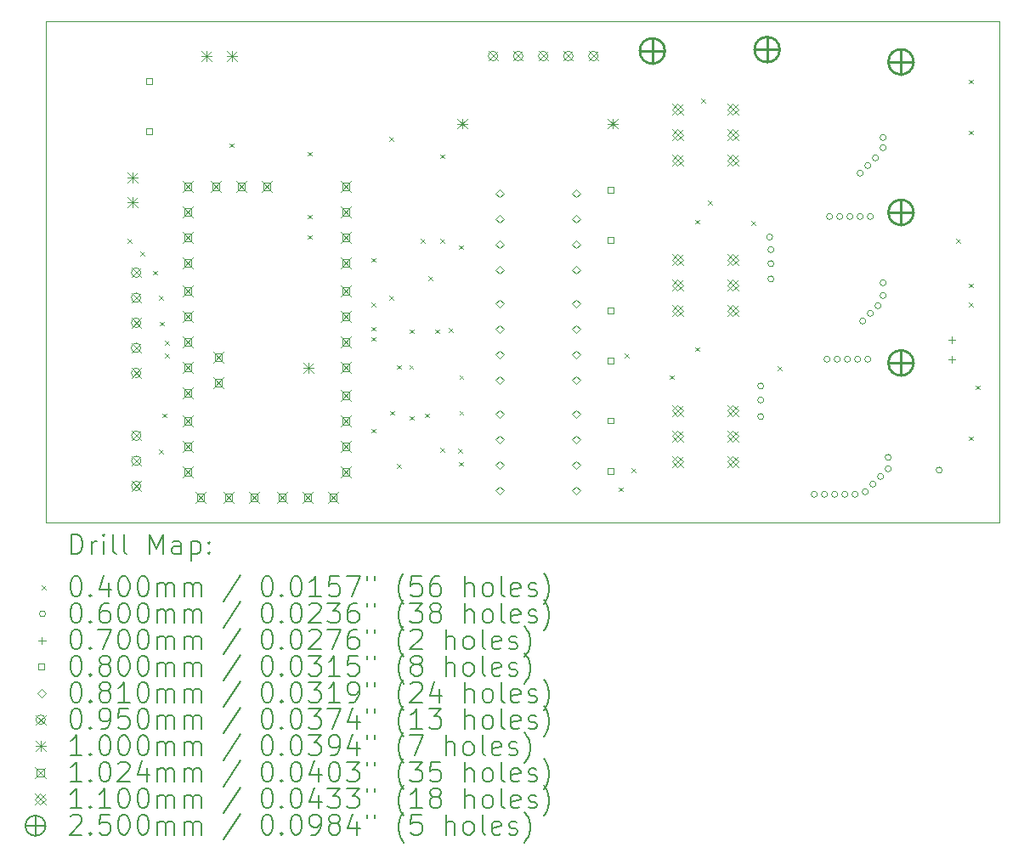
<source format=gbr>
%TF.GenerationSoftware,KiCad,Pcbnew,(6.0.7)*%
%TF.CreationDate,2022-11-22T17:56:18+11:00*%
%TF.ProjectId,epic esc with regen,65706963-2065-4736-9320-776974682072,rev?*%
%TF.SameCoordinates,Original*%
%TF.FileFunction,Drillmap*%
%TF.FilePolarity,Positive*%
%FSLAX45Y45*%
G04 Gerber Fmt 4.5, Leading zero omitted, Abs format (unit mm)*
G04 Created by KiCad (PCBNEW (6.0.7)) date 2022-11-22 17:56:18*
%MOMM*%
%LPD*%
G01*
G04 APERTURE LIST*
%ADD10C,0.100000*%
%ADD11C,0.200000*%
%ADD12C,0.040000*%
%ADD13C,0.060000*%
%ADD14C,0.070000*%
%ADD15C,0.080000*%
%ADD16C,0.081000*%
%ADD17C,0.095000*%
%ADD18C,0.102400*%
%ADD19C,0.110000*%
%ADD20C,0.250000*%
G04 APERTURE END LIST*
D10*
X8500000Y-11000000D02*
X18000000Y-11000000D01*
X8500000Y-6000000D02*
X8500000Y-11000000D01*
X18000000Y-6000000D02*
X8500000Y-6000000D01*
X18000000Y-11000000D02*
X18000000Y-6000000D01*
D11*
D12*
X9314500Y-8171500D02*
X9354500Y-8211500D01*
X9354500Y-8171500D02*
X9314500Y-8211500D01*
X9441500Y-8298500D02*
X9481500Y-8338500D01*
X9481500Y-8298500D02*
X9441500Y-8338500D01*
X9568500Y-8489000D02*
X9608500Y-8529000D01*
X9608500Y-8489000D02*
X9568500Y-8529000D01*
X9627639Y-10271362D02*
X9667639Y-10311362D01*
X9667639Y-10271362D02*
X9627639Y-10311362D01*
X9628000Y-8739000D02*
X9668000Y-8779000D01*
X9668000Y-8739000D02*
X9628000Y-8779000D01*
X9632000Y-8997000D02*
X9672000Y-9037000D01*
X9672000Y-8997000D02*
X9632000Y-9037000D01*
X9657400Y-9911400D02*
X9697400Y-9951400D01*
X9697400Y-9911400D02*
X9657400Y-9951400D01*
X9686350Y-9187500D02*
X9726350Y-9227500D01*
X9726350Y-9187500D02*
X9686350Y-9227500D01*
X9686350Y-9314500D02*
X9726350Y-9354500D01*
X9726350Y-9314500D02*
X9686350Y-9354500D01*
X10330500Y-7219000D02*
X10370500Y-7259000D01*
X10370500Y-7219000D02*
X10330500Y-7259000D01*
X11105200Y-7930200D02*
X11145200Y-7970200D01*
X11145200Y-7930200D02*
X11105200Y-7970200D01*
X11105200Y-8133400D02*
X11145200Y-8173400D01*
X11145200Y-8133400D02*
X11105200Y-8173400D01*
X11105263Y-7303725D02*
X11145263Y-7343725D01*
X11145263Y-7303725D02*
X11105263Y-7343725D01*
X11740150Y-8806500D02*
X11780150Y-8846500D01*
X11780150Y-8806500D02*
X11740150Y-8846500D01*
X11740150Y-9049450D02*
X11780150Y-9089450D01*
X11780150Y-9049450D02*
X11740150Y-9089450D01*
X11740200Y-8362000D02*
X11780200Y-8402000D01*
X11780200Y-8362000D02*
X11740200Y-8402000D01*
X11740200Y-9149400D02*
X11780200Y-9189400D01*
X11780200Y-9149400D02*
X11740200Y-9189400D01*
X11740200Y-10063800D02*
X11780200Y-10103800D01*
X11780200Y-10063800D02*
X11740200Y-10103800D01*
X11918000Y-7155500D02*
X11958000Y-7195500D01*
X11958000Y-7155500D02*
X11918000Y-7195500D01*
X11920411Y-8738437D02*
X11960411Y-8778437D01*
X11960411Y-8738437D02*
X11920411Y-8778437D01*
X11930950Y-9886000D02*
X11970950Y-9926000D01*
X11970950Y-9886000D02*
X11930950Y-9926000D01*
X11994200Y-9428800D02*
X12034200Y-9468800D01*
X12034200Y-9428800D02*
X11994200Y-9468800D01*
X11996546Y-10418196D02*
X12036546Y-10458196D01*
X12036546Y-10418196D02*
X11996546Y-10458196D01*
X12120629Y-9429371D02*
X12160629Y-9469371D01*
X12160629Y-9429371D02*
X12120629Y-9469371D01*
X12121200Y-9073200D02*
X12161200Y-9113200D01*
X12161200Y-9073200D02*
X12121200Y-9113200D01*
X12121200Y-9936800D02*
X12161200Y-9976800D01*
X12161200Y-9936800D02*
X12121200Y-9976800D01*
X12235500Y-8171500D02*
X12275500Y-8211500D01*
X12275500Y-8171500D02*
X12235500Y-8211500D01*
X12273600Y-9911400D02*
X12313600Y-9951400D01*
X12313600Y-9911400D02*
X12273600Y-9951400D01*
X12308150Y-8543350D02*
X12348150Y-8583350D01*
X12348150Y-8543350D02*
X12308150Y-8583350D01*
X12375200Y-9073200D02*
X12415200Y-9113200D01*
X12415200Y-9073200D02*
X12375200Y-9113200D01*
X12426000Y-7330500D02*
X12466000Y-7370500D01*
X12466000Y-7330500D02*
X12426000Y-7370500D01*
X12426000Y-8171500D02*
X12466000Y-8211500D01*
X12466000Y-8171500D02*
X12426000Y-8211500D01*
X12426000Y-10257850D02*
X12466000Y-10297850D01*
X12466000Y-10257850D02*
X12426000Y-10297850D01*
X12513757Y-9060500D02*
X12553757Y-9100500D01*
X12553757Y-9060500D02*
X12513757Y-9100500D01*
X12609250Y-10264150D02*
X12649250Y-10304150D01*
X12649250Y-10264150D02*
X12609250Y-10304150D01*
X12616500Y-8235000D02*
X12656500Y-8275000D01*
X12656500Y-8235000D02*
X12616500Y-8275000D01*
X12616500Y-10394000D02*
X12656500Y-10434000D01*
X12656500Y-10394000D02*
X12616500Y-10434000D01*
X12619250Y-9530400D02*
X12659250Y-9570400D01*
X12659250Y-9530400D02*
X12619250Y-9570400D01*
X12619250Y-9886000D02*
X12659250Y-9926000D01*
X12659250Y-9886000D02*
X12619250Y-9926000D01*
X14204000Y-10648000D02*
X14244000Y-10688000D01*
X14244000Y-10648000D02*
X14204000Y-10688000D01*
X14267500Y-9314500D02*
X14307500Y-9354500D01*
X14307500Y-9314500D02*
X14267500Y-9354500D01*
X14331000Y-10457500D02*
X14371000Y-10497500D01*
X14371000Y-10457500D02*
X14331000Y-10497500D01*
X14712000Y-9530400D02*
X14752000Y-9570400D01*
X14752000Y-9530400D02*
X14712000Y-9570400D01*
X14966000Y-7981000D02*
X15006000Y-8021000D01*
X15006000Y-7981000D02*
X14966000Y-8021000D01*
X14966000Y-9251000D02*
X15006000Y-9291000D01*
X15006000Y-9251000D02*
X14966000Y-9291000D01*
X15029500Y-6774500D02*
X15069500Y-6814500D01*
X15069500Y-6774500D02*
X15029500Y-6814500D01*
X15093000Y-7790500D02*
X15133000Y-7830500D01*
X15133000Y-7790500D02*
X15093000Y-7830500D01*
X15529468Y-7997064D02*
X15569468Y-8037064D01*
X15569468Y-7997064D02*
X15529468Y-8037064D01*
X15791500Y-9441500D02*
X15831500Y-9481500D01*
X15831500Y-9441500D02*
X15791500Y-9481500D01*
X17569500Y-8171500D02*
X17609500Y-8211500D01*
X17609500Y-8171500D02*
X17569500Y-8211500D01*
X17696500Y-6584000D02*
X17736500Y-6624000D01*
X17736500Y-6584000D02*
X17696500Y-6624000D01*
X17696500Y-7092000D02*
X17736500Y-7132000D01*
X17736500Y-7092000D02*
X17696500Y-7132000D01*
X17696500Y-8616000D02*
X17736500Y-8656000D01*
X17736500Y-8616000D02*
X17696500Y-8656000D01*
X17696500Y-8806500D02*
X17736500Y-8846500D01*
X17736500Y-8806500D02*
X17696500Y-8846500D01*
X17696500Y-10140000D02*
X17736500Y-10180000D01*
X17736500Y-10140000D02*
X17696500Y-10180000D01*
X17760000Y-9632000D02*
X17800000Y-9672000D01*
X17800000Y-9632000D02*
X17760000Y-9672000D01*
D13*
X15651000Y-9639300D02*
G75*
G03*
X15651000Y-9639300I-30000J0D01*
G01*
X15651000Y-9779000D02*
G75*
G03*
X15651000Y-9779000I-30000J0D01*
G01*
X15651000Y-9944100D02*
G75*
G03*
X15651000Y-9944100I-30000J0D01*
G01*
X15739900Y-8153400D02*
G75*
G03*
X15739900Y-8153400I-30000J0D01*
G01*
X15752600Y-8280400D02*
G75*
G03*
X15752600Y-8280400I-30000J0D01*
G01*
X15752600Y-8420100D02*
G75*
G03*
X15752600Y-8420100I-30000J0D01*
G01*
X15752600Y-8572500D02*
G75*
G03*
X15752600Y-8572500I-30000J0D01*
G01*
X16184400Y-10718800D02*
G75*
G03*
X16184400Y-10718800I-30000J0D01*
G01*
X16286000Y-10718800D02*
G75*
G03*
X16286000Y-10718800I-30000J0D01*
G01*
X16311400Y-9372600D02*
G75*
G03*
X16311400Y-9372600I-30000J0D01*
G01*
X16336800Y-7950200D02*
G75*
G03*
X16336800Y-7950200I-30000J0D01*
G01*
X16387600Y-10718800D02*
G75*
G03*
X16387600Y-10718800I-30000J0D01*
G01*
X16413000Y-9372600D02*
G75*
G03*
X16413000Y-9372600I-30000J0D01*
G01*
X16438400Y-7950200D02*
G75*
G03*
X16438400Y-7950200I-30000J0D01*
G01*
X16489200Y-10718800D02*
G75*
G03*
X16489200Y-10718800I-30000J0D01*
G01*
X16514600Y-9372600D02*
G75*
G03*
X16514600Y-9372600I-30000J0D01*
G01*
X16540000Y-7950200D02*
G75*
G03*
X16540000Y-7950200I-30000J0D01*
G01*
X16590800Y-10718800D02*
G75*
G03*
X16590800Y-10718800I-30000J0D01*
G01*
X16616200Y-9372600D02*
G75*
G03*
X16616200Y-9372600I-30000J0D01*
G01*
X16641600Y-7518400D02*
G75*
G03*
X16641600Y-7518400I-30000J0D01*
G01*
X16641600Y-7950200D02*
G75*
G03*
X16641600Y-7950200I-30000J0D01*
G01*
X16667000Y-8991600D02*
G75*
G03*
X16667000Y-8991600I-30000J0D01*
G01*
X16692400Y-10693400D02*
G75*
G03*
X16692400Y-10693400I-30000J0D01*
G01*
X16717800Y-7442200D02*
G75*
G03*
X16717800Y-7442200I-30000J0D01*
G01*
X16717800Y-9372600D02*
G75*
G03*
X16717800Y-9372600I-30000J0D01*
G01*
X16743200Y-7950200D02*
G75*
G03*
X16743200Y-7950200I-30000J0D01*
G01*
X16743200Y-8915400D02*
G75*
G03*
X16743200Y-8915400I-30000J0D01*
G01*
X16768600Y-10617200D02*
G75*
G03*
X16768600Y-10617200I-30000J0D01*
G01*
X16794000Y-7366000D02*
G75*
G03*
X16794000Y-7366000I-30000J0D01*
G01*
X16819400Y-8839200D02*
G75*
G03*
X16819400Y-8839200I-30000J0D01*
G01*
X16844800Y-10541000D02*
G75*
G03*
X16844800Y-10541000I-30000J0D01*
G01*
X16870200Y-7162800D02*
G75*
G03*
X16870200Y-7162800I-30000J0D01*
G01*
X16870200Y-7264400D02*
G75*
G03*
X16870200Y-7264400I-30000J0D01*
G01*
X16870200Y-8610600D02*
G75*
G03*
X16870200Y-8610600I-30000J0D01*
G01*
X16870200Y-8737600D02*
G75*
G03*
X16870200Y-8737600I-30000J0D01*
G01*
X16921000Y-10350500D02*
G75*
G03*
X16921000Y-10350500I-30000J0D01*
G01*
X16921000Y-10464800D02*
G75*
G03*
X16921000Y-10464800I-30000J0D01*
G01*
X17429000Y-10477500D02*
G75*
G03*
X17429000Y-10477500I-30000J0D01*
G01*
D14*
X17526000Y-9145500D02*
X17526000Y-9215500D01*
X17491000Y-9180500D02*
X17561000Y-9180500D01*
X17526000Y-9335500D02*
X17526000Y-9405500D01*
X17491000Y-9370500D02*
X17561000Y-9370500D01*
D15*
X9553285Y-6626550D02*
X9553285Y-6569981D01*
X9496716Y-6569981D01*
X9496716Y-6626550D01*
X9553285Y-6626550D01*
X9553285Y-7126550D02*
X9553285Y-7069981D01*
X9496716Y-7069981D01*
X9496716Y-7126550D01*
X9553285Y-7126550D01*
X14150684Y-7712484D02*
X14150684Y-7655915D01*
X14094115Y-7655915D01*
X14094115Y-7712484D01*
X14150684Y-7712484D01*
X14150684Y-8212484D02*
X14150684Y-8155915D01*
X14094115Y-8155915D01*
X14094115Y-8212484D01*
X14150684Y-8212484D01*
X14150684Y-8912485D02*
X14150684Y-8855916D01*
X14094115Y-8855916D01*
X14094115Y-8912485D01*
X14150684Y-8912485D01*
X14150684Y-9412485D02*
X14150684Y-9355916D01*
X14094115Y-9355916D01*
X14094115Y-9412485D01*
X14150684Y-9412485D01*
X14150684Y-10012485D02*
X14150684Y-9955916D01*
X14094115Y-9955916D01*
X14094115Y-10012485D01*
X14150684Y-10012485D01*
X14150684Y-10512485D02*
X14150684Y-10455916D01*
X14094115Y-10455916D01*
X14094115Y-10512485D01*
X14150684Y-10512485D01*
D16*
X13019000Y-7759500D02*
X13059500Y-7719000D01*
X13019000Y-7678500D01*
X12978500Y-7719000D01*
X13019000Y-7759500D01*
X13019000Y-8013500D02*
X13059500Y-7973000D01*
X13019000Y-7932500D01*
X12978500Y-7973000D01*
X13019000Y-8013500D01*
X13019000Y-8267500D02*
X13059500Y-8227000D01*
X13019000Y-8186500D01*
X12978500Y-8227000D01*
X13019000Y-8267500D01*
X13019000Y-8521500D02*
X13059500Y-8481000D01*
X13019000Y-8440500D01*
X12978500Y-8481000D01*
X13019000Y-8521500D01*
X13019000Y-8859500D02*
X13059500Y-8819000D01*
X13019000Y-8778500D01*
X12978500Y-8819000D01*
X13019000Y-8859500D01*
X13019000Y-9113500D02*
X13059500Y-9073000D01*
X13019000Y-9032500D01*
X12978500Y-9073000D01*
X13019000Y-9113500D01*
X13019000Y-9367500D02*
X13059500Y-9327000D01*
X13019000Y-9286500D01*
X12978500Y-9327000D01*
X13019000Y-9367500D01*
X13019000Y-9621500D02*
X13059500Y-9581000D01*
X13019000Y-9540500D01*
X12978500Y-9581000D01*
X13019000Y-9621500D01*
X13019000Y-9959500D02*
X13059500Y-9919000D01*
X13019000Y-9878500D01*
X12978500Y-9919000D01*
X13019000Y-9959500D01*
X13019000Y-10213500D02*
X13059500Y-10173000D01*
X13019000Y-10132500D01*
X12978500Y-10173000D01*
X13019000Y-10213500D01*
X13019000Y-10467500D02*
X13059500Y-10427000D01*
X13019000Y-10386500D01*
X12978500Y-10427000D01*
X13019000Y-10467500D01*
X13019000Y-10721500D02*
X13059500Y-10681000D01*
X13019000Y-10640500D01*
X12978500Y-10681000D01*
X13019000Y-10721500D01*
X13781000Y-7759500D02*
X13821500Y-7719000D01*
X13781000Y-7678500D01*
X13740500Y-7719000D01*
X13781000Y-7759500D01*
X13781000Y-8013500D02*
X13821500Y-7973000D01*
X13781000Y-7932500D01*
X13740500Y-7973000D01*
X13781000Y-8013500D01*
X13781000Y-8267500D02*
X13821500Y-8227000D01*
X13781000Y-8186500D01*
X13740500Y-8227000D01*
X13781000Y-8267500D01*
X13781000Y-8521500D02*
X13821500Y-8481000D01*
X13781000Y-8440500D01*
X13740500Y-8481000D01*
X13781000Y-8521500D01*
X13781000Y-8859500D02*
X13821500Y-8819000D01*
X13781000Y-8778500D01*
X13740500Y-8819000D01*
X13781000Y-8859500D01*
X13781000Y-9113500D02*
X13821500Y-9073000D01*
X13781000Y-9032500D01*
X13740500Y-9073000D01*
X13781000Y-9113500D01*
X13781000Y-9367500D02*
X13821500Y-9327000D01*
X13781000Y-9286500D01*
X13740500Y-9327000D01*
X13781000Y-9367500D01*
X13781000Y-9621500D02*
X13821500Y-9581000D01*
X13781000Y-9540500D01*
X13740500Y-9581000D01*
X13781000Y-9621500D01*
X13781000Y-9959500D02*
X13821500Y-9919000D01*
X13781000Y-9878500D01*
X13740500Y-9919000D01*
X13781000Y-9959500D01*
X13781000Y-10213500D02*
X13821500Y-10173000D01*
X13781000Y-10132500D01*
X13740500Y-10173000D01*
X13781000Y-10213500D01*
X13781000Y-10467500D02*
X13821500Y-10427000D01*
X13781000Y-10386500D01*
X13740500Y-10427000D01*
X13781000Y-10467500D01*
X13781000Y-10721500D02*
X13821500Y-10681000D01*
X13781000Y-10640500D01*
X13740500Y-10681000D01*
X13781000Y-10721500D01*
D17*
X9350500Y-8461500D02*
X9445500Y-8556500D01*
X9445500Y-8461500D02*
X9350500Y-8556500D01*
X9445500Y-8509000D02*
G75*
G03*
X9445500Y-8509000I-47500J0D01*
G01*
X9350500Y-8711500D02*
X9445500Y-8806500D01*
X9445500Y-8711500D02*
X9350500Y-8806500D01*
X9445500Y-8759000D02*
G75*
G03*
X9445500Y-8759000I-47500J0D01*
G01*
X9350500Y-8961500D02*
X9445500Y-9056500D01*
X9445500Y-8961500D02*
X9350500Y-9056500D01*
X9445500Y-9009000D02*
G75*
G03*
X9445500Y-9009000I-47500J0D01*
G01*
X9350500Y-9211500D02*
X9445500Y-9306500D01*
X9445500Y-9211500D02*
X9350500Y-9306500D01*
X9445500Y-9259000D02*
G75*
G03*
X9445500Y-9259000I-47500J0D01*
G01*
X9350500Y-9461500D02*
X9445500Y-9556500D01*
X9445500Y-9461500D02*
X9350500Y-9556500D01*
X9445500Y-9509000D02*
G75*
G03*
X9445500Y-9509000I-47500J0D01*
G01*
X9352500Y-10087100D02*
X9447500Y-10182100D01*
X9447500Y-10087100D02*
X9352500Y-10182100D01*
X9447500Y-10134600D02*
G75*
G03*
X9447500Y-10134600I-47500J0D01*
G01*
X9352500Y-10337100D02*
X9447500Y-10432100D01*
X9447500Y-10337100D02*
X9352500Y-10432100D01*
X9447500Y-10384600D02*
G75*
G03*
X9447500Y-10384600I-47500J0D01*
G01*
X9352500Y-10587100D02*
X9447500Y-10682100D01*
X9447500Y-10587100D02*
X9352500Y-10682100D01*
X9447500Y-10634600D02*
G75*
G03*
X9447500Y-10634600I-47500J0D01*
G01*
X12906500Y-6302500D02*
X13001500Y-6397500D01*
X13001500Y-6302500D02*
X12906500Y-6397500D01*
X13001500Y-6350000D02*
G75*
G03*
X13001500Y-6350000I-47500J0D01*
G01*
X13156500Y-6302500D02*
X13251500Y-6397500D01*
X13251500Y-6302500D02*
X13156500Y-6397500D01*
X13251500Y-6350000D02*
G75*
G03*
X13251500Y-6350000I-47500J0D01*
G01*
X13406500Y-6302500D02*
X13501500Y-6397500D01*
X13501500Y-6302500D02*
X13406500Y-6397500D01*
X13501500Y-6350000D02*
G75*
G03*
X13501500Y-6350000I-47500J0D01*
G01*
X13656500Y-6302500D02*
X13751500Y-6397500D01*
X13751500Y-6302500D02*
X13656500Y-6397500D01*
X13751500Y-6350000D02*
G75*
G03*
X13751500Y-6350000I-47500J0D01*
G01*
X13906500Y-6302500D02*
X14001500Y-6397500D01*
X14001500Y-6302500D02*
X13906500Y-6397500D01*
X14001500Y-6350000D02*
G75*
G03*
X14001500Y-6350000I-47500J0D01*
G01*
D10*
X9314500Y-7508500D02*
X9414500Y-7608500D01*
X9414500Y-7508500D02*
X9314500Y-7608500D01*
X9364500Y-7508500D02*
X9364500Y-7608500D01*
X9314500Y-7558500D02*
X9414500Y-7558500D01*
X9314500Y-7758500D02*
X9414500Y-7858500D01*
X9414500Y-7758500D02*
X9314500Y-7858500D01*
X9364500Y-7758500D02*
X9364500Y-7858500D01*
X9314500Y-7808500D02*
X9414500Y-7808500D01*
X10050500Y-6300000D02*
X10150500Y-6400000D01*
X10150500Y-6300000D02*
X10050500Y-6400000D01*
X10100500Y-6300000D02*
X10100500Y-6400000D01*
X10050500Y-6350000D02*
X10150500Y-6350000D01*
X10300500Y-6300000D02*
X10400500Y-6400000D01*
X10400500Y-6300000D02*
X10300500Y-6400000D01*
X10350500Y-6300000D02*
X10350500Y-6400000D01*
X10300500Y-6350000D02*
X10400500Y-6350000D01*
X11062500Y-9411500D02*
X11162500Y-9511500D01*
X11162500Y-9411500D02*
X11062500Y-9511500D01*
X11112500Y-9411500D02*
X11112500Y-9511500D01*
X11062500Y-9461500D02*
X11162500Y-9461500D01*
X12598500Y-6974250D02*
X12698500Y-7074250D01*
X12698500Y-6974250D02*
X12598500Y-7074250D01*
X12648500Y-6974250D02*
X12648500Y-7074250D01*
X12598500Y-7024250D02*
X12698500Y-7024250D01*
X14098500Y-6974250D02*
X14198500Y-7074250D01*
X14198500Y-6974250D02*
X14098500Y-7074250D01*
X14148500Y-6974250D02*
X14148500Y-7074250D01*
X14098500Y-7024250D02*
X14198500Y-7024250D01*
D18*
X9861400Y-7599400D02*
X9963800Y-7701800D01*
X9963800Y-7599400D02*
X9861400Y-7701800D01*
X9948804Y-7686804D02*
X9948804Y-7614396D01*
X9876396Y-7614396D01*
X9876396Y-7686804D01*
X9948804Y-7686804D01*
X9861400Y-7853400D02*
X9963800Y-7955800D01*
X9963800Y-7853400D02*
X9861400Y-7955800D01*
X9948804Y-7940804D02*
X9948804Y-7868396D01*
X9876396Y-7868396D01*
X9876396Y-7940804D01*
X9948804Y-7940804D01*
X9861400Y-8107400D02*
X9963800Y-8209800D01*
X9963800Y-8107400D02*
X9861400Y-8209800D01*
X9948804Y-8194804D02*
X9948804Y-8122396D01*
X9876396Y-8122396D01*
X9876396Y-8194804D01*
X9948804Y-8194804D01*
X9861400Y-8361400D02*
X9963800Y-8463800D01*
X9963800Y-8361400D02*
X9861400Y-8463800D01*
X9948804Y-8448804D02*
X9948804Y-8376396D01*
X9876396Y-8376396D01*
X9876396Y-8448804D01*
X9948804Y-8448804D01*
X9861400Y-8640800D02*
X9963800Y-8743200D01*
X9963800Y-8640800D02*
X9861400Y-8743200D01*
X9948804Y-8728204D02*
X9948804Y-8655796D01*
X9876396Y-8655796D01*
X9876396Y-8728204D01*
X9948804Y-8728204D01*
X9861400Y-8894800D02*
X9963800Y-8997200D01*
X9963800Y-8894800D02*
X9861400Y-8997200D01*
X9948804Y-8982204D02*
X9948804Y-8909796D01*
X9876396Y-8909796D01*
X9876396Y-8982204D01*
X9948804Y-8982204D01*
X9861400Y-9148800D02*
X9963800Y-9251200D01*
X9963800Y-9148800D02*
X9861400Y-9251200D01*
X9948804Y-9236204D02*
X9948804Y-9163796D01*
X9876396Y-9163796D01*
X9876396Y-9236204D01*
X9948804Y-9236204D01*
X9861400Y-9402800D02*
X9963800Y-9505200D01*
X9963800Y-9402800D02*
X9861400Y-9505200D01*
X9948804Y-9490204D02*
X9948804Y-9417796D01*
X9876396Y-9417796D01*
X9876396Y-9490204D01*
X9948804Y-9490204D01*
X9861400Y-9656800D02*
X9963800Y-9759200D01*
X9963800Y-9656800D02*
X9861400Y-9759200D01*
X9948804Y-9744204D02*
X9948804Y-9671796D01*
X9876396Y-9671796D01*
X9876396Y-9744204D01*
X9948804Y-9744204D01*
X9861400Y-9936200D02*
X9963800Y-10038600D01*
X9963800Y-9936200D02*
X9861400Y-10038600D01*
X9948804Y-10023604D02*
X9948804Y-9951196D01*
X9876396Y-9951196D01*
X9876396Y-10023604D01*
X9948804Y-10023604D01*
X9861400Y-10190200D02*
X9963800Y-10292600D01*
X9963800Y-10190200D02*
X9861400Y-10292600D01*
X9948804Y-10277604D02*
X9948804Y-10205196D01*
X9876396Y-10205196D01*
X9876396Y-10277604D01*
X9948804Y-10277604D01*
X9861400Y-10444200D02*
X9963800Y-10546600D01*
X9963800Y-10444200D02*
X9861400Y-10546600D01*
X9948804Y-10531604D02*
X9948804Y-10459196D01*
X9876396Y-10459196D01*
X9876396Y-10531604D01*
X9948804Y-10531604D01*
X9988400Y-10698200D02*
X10090800Y-10800600D01*
X10090800Y-10698200D02*
X9988400Y-10800600D01*
X10075804Y-10785604D02*
X10075804Y-10713196D01*
X10003396Y-10713196D01*
X10003396Y-10785604D01*
X10075804Y-10785604D01*
X10140800Y-7599400D02*
X10243200Y-7701800D01*
X10243200Y-7599400D02*
X10140800Y-7701800D01*
X10228204Y-7686804D02*
X10228204Y-7614396D01*
X10155796Y-7614396D01*
X10155796Y-7686804D01*
X10228204Y-7686804D01*
X10166200Y-9301200D02*
X10268600Y-9403600D01*
X10268600Y-9301200D02*
X10166200Y-9403600D01*
X10253604Y-9388604D02*
X10253604Y-9316196D01*
X10181196Y-9316196D01*
X10181196Y-9388604D01*
X10253604Y-9388604D01*
X10166200Y-9555200D02*
X10268600Y-9657600D01*
X10268600Y-9555200D02*
X10166200Y-9657600D01*
X10253604Y-9642604D02*
X10253604Y-9570196D01*
X10181196Y-9570196D01*
X10181196Y-9642604D01*
X10253604Y-9642604D01*
X10267800Y-10698200D02*
X10370200Y-10800600D01*
X10370200Y-10698200D02*
X10267800Y-10800600D01*
X10355204Y-10785604D02*
X10355204Y-10713196D01*
X10282796Y-10713196D01*
X10282796Y-10785604D01*
X10355204Y-10785604D01*
X10394800Y-7599400D02*
X10497200Y-7701800D01*
X10497200Y-7599400D02*
X10394800Y-7701800D01*
X10482204Y-7686804D02*
X10482204Y-7614396D01*
X10409796Y-7614396D01*
X10409796Y-7686804D01*
X10482204Y-7686804D01*
X10521800Y-10698200D02*
X10624200Y-10800600D01*
X10624200Y-10698200D02*
X10521800Y-10800600D01*
X10609204Y-10785604D02*
X10609204Y-10713196D01*
X10536796Y-10713196D01*
X10536796Y-10785604D01*
X10609204Y-10785604D01*
X10648800Y-7599400D02*
X10751200Y-7701800D01*
X10751200Y-7599400D02*
X10648800Y-7701800D01*
X10736204Y-7686804D02*
X10736204Y-7614396D01*
X10663796Y-7614396D01*
X10663796Y-7686804D01*
X10736204Y-7686804D01*
X10801200Y-10698200D02*
X10903600Y-10800600D01*
X10903600Y-10698200D02*
X10801200Y-10800600D01*
X10888604Y-10785604D02*
X10888604Y-10713196D01*
X10816196Y-10713196D01*
X10816196Y-10785604D01*
X10888604Y-10785604D01*
X11055200Y-10698200D02*
X11157600Y-10800600D01*
X11157600Y-10698200D02*
X11055200Y-10800600D01*
X11142604Y-10785604D02*
X11142604Y-10713196D01*
X11070196Y-10713196D01*
X11070196Y-10785604D01*
X11142604Y-10785604D01*
X11309200Y-10698200D02*
X11411600Y-10800600D01*
X11411600Y-10698200D02*
X11309200Y-10800600D01*
X11396604Y-10785604D02*
X11396604Y-10713196D01*
X11324196Y-10713196D01*
X11324196Y-10785604D01*
X11396604Y-10785604D01*
X11436200Y-7599400D02*
X11538600Y-7701800D01*
X11538600Y-7599400D02*
X11436200Y-7701800D01*
X11523604Y-7686804D02*
X11523604Y-7614396D01*
X11451196Y-7614396D01*
X11451196Y-7686804D01*
X11523604Y-7686804D01*
X11436200Y-7853400D02*
X11538600Y-7955800D01*
X11538600Y-7853400D02*
X11436200Y-7955800D01*
X11523604Y-7940804D02*
X11523604Y-7868396D01*
X11451196Y-7868396D01*
X11451196Y-7940804D01*
X11523604Y-7940804D01*
X11436200Y-8107400D02*
X11538600Y-8209800D01*
X11538600Y-8107400D02*
X11436200Y-8209800D01*
X11523604Y-8194804D02*
X11523604Y-8122396D01*
X11451196Y-8122396D01*
X11451196Y-8194804D01*
X11523604Y-8194804D01*
X11436200Y-8361400D02*
X11538600Y-8463800D01*
X11538600Y-8361400D02*
X11436200Y-8463800D01*
X11523604Y-8448804D02*
X11523604Y-8376396D01*
X11451196Y-8376396D01*
X11451196Y-8448804D01*
X11523604Y-8448804D01*
X11436200Y-8640800D02*
X11538600Y-8743200D01*
X11538600Y-8640800D02*
X11436200Y-8743200D01*
X11523604Y-8728204D02*
X11523604Y-8655796D01*
X11451196Y-8655796D01*
X11451196Y-8728204D01*
X11523604Y-8728204D01*
X11436200Y-8894800D02*
X11538600Y-8997200D01*
X11538600Y-8894800D02*
X11436200Y-8997200D01*
X11523604Y-8982204D02*
X11523604Y-8909796D01*
X11451196Y-8909796D01*
X11451196Y-8982204D01*
X11523604Y-8982204D01*
X11436200Y-9148800D02*
X11538600Y-9251200D01*
X11538600Y-9148800D02*
X11436200Y-9251200D01*
X11523604Y-9236204D02*
X11523604Y-9163796D01*
X11451196Y-9163796D01*
X11451196Y-9236204D01*
X11523604Y-9236204D01*
X11436200Y-9402800D02*
X11538600Y-9505200D01*
X11538600Y-9402800D02*
X11436200Y-9505200D01*
X11523604Y-9490204D02*
X11523604Y-9417796D01*
X11451196Y-9417796D01*
X11451196Y-9490204D01*
X11523604Y-9490204D01*
X11436200Y-9682200D02*
X11538600Y-9784600D01*
X11538600Y-9682200D02*
X11436200Y-9784600D01*
X11523604Y-9769604D02*
X11523604Y-9697196D01*
X11451196Y-9697196D01*
X11451196Y-9769604D01*
X11523604Y-9769604D01*
X11436200Y-9936200D02*
X11538600Y-10038600D01*
X11538600Y-9936200D02*
X11436200Y-10038600D01*
X11523604Y-10023604D02*
X11523604Y-9951196D01*
X11451196Y-9951196D01*
X11451196Y-10023604D01*
X11523604Y-10023604D01*
X11436200Y-10190200D02*
X11538600Y-10292600D01*
X11538600Y-10190200D02*
X11436200Y-10292600D01*
X11523604Y-10277604D02*
X11523604Y-10205196D01*
X11451196Y-10205196D01*
X11451196Y-10277604D01*
X11523604Y-10277604D01*
X11436200Y-10444200D02*
X11538600Y-10546600D01*
X11538600Y-10444200D02*
X11436200Y-10546600D01*
X11523604Y-10531604D02*
X11523604Y-10459196D01*
X11451196Y-10459196D01*
X11451196Y-10531604D01*
X11523604Y-10531604D01*
D19*
X14735000Y-6827000D02*
X14845000Y-6937000D01*
X14845000Y-6827000D02*
X14735000Y-6937000D01*
X14790000Y-6937000D02*
X14845000Y-6882000D01*
X14790000Y-6827000D01*
X14735000Y-6882000D01*
X14790000Y-6937000D01*
X14735000Y-7081000D02*
X14845000Y-7191000D01*
X14845000Y-7081000D02*
X14735000Y-7191000D01*
X14790000Y-7191000D02*
X14845000Y-7136000D01*
X14790000Y-7081000D01*
X14735000Y-7136000D01*
X14790000Y-7191000D01*
X14735000Y-7335000D02*
X14845000Y-7445000D01*
X14845000Y-7335000D02*
X14735000Y-7445000D01*
X14790000Y-7445000D02*
X14845000Y-7390000D01*
X14790000Y-7335000D01*
X14735000Y-7390000D01*
X14790000Y-7445000D01*
X14735000Y-8327000D02*
X14845000Y-8437000D01*
X14845000Y-8327000D02*
X14735000Y-8437000D01*
X14790000Y-8437000D02*
X14845000Y-8382000D01*
X14790000Y-8327000D01*
X14735000Y-8382000D01*
X14790000Y-8437000D01*
X14735000Y-8581000D02*
X14845000Y-8691000D01*
X14845000Y-8581000D02*
X14735000Y-8691000D01*
X14790000Y-8691000D02*
X14845000Y-8636000D01*
X14790000Y-8581000D01*
X14735000Y-8636000D01*
X14790000Y-8691000D01*
X14735000Y-8835000D02*
X14845000Y-8945000D01*
X14845000Y-8835000D02*
X14735000Y-8945000D01*
X14790000Y-8945000D02*
X14845000Y-8890000D01*
X14790000Y-8835000D01*
X14735000Y-8890000D01*
X14790000Y-8945000D01*
X14735000Y-9827000D02*
X14845000Y-9937000D01*
X14845000Y-9827000D02*
X14735000Y-9937000D01*
X14790000Y-9937000D02*
X14845000Y-9882000D01*
X14790000Y-9827000D01*
X14735000Y-9882000D01*
X14790000Y-9937000D01*
X14735000Y-10081000D02*
X14845000Y-10191000D01*
X14845000Y-10081000D02*
X14735000Y-10191000D01*
X14790000Y-10191000D02*
X14845000Y-10136000D01*
X14790000Y-10081000D01*
X14735000Y-10136000D01*
X14790000Y-10191000D01*
X14735000Y-10335000D02*
X14845000Y-10445000D01*
X14845000Y-10335000D02*
X14735000Y-10445000D01*
X14790000Y-10445000D02*
X14845000Y-10390000D01*
X14790000Y-10335000D01*
X14735000Y-10390000D01*
X14790000Y-10445000D01*
X15289000Y-6827000D02*
X15399000Y-6937000D01*
X15399000Y-6827000D02*
X15289000Y-6937000D01*
X15344000Y-6937000D02*
X15399000Y-6882000D01*
X15344000Y-6827000D01*
X15289000Y-6882000D01*
X15344000Y-6937000D01*
X15289000Y-7081000D02*
X15399000Y-7191000D01*
X15399000Y-7081000D02*
X15289000Y-7191000D01*
X15344000Y-7191000D02*
X15399000Y-7136000D01*
X15344000Y-7081000D01*
X15289000Y-7136000D01*
X15344000Y-7191000D01*
X15289000Y-7335000D02*
X15399000Y-7445000D01*
X15399000Y-7335000D02*
X15289000Y-7445000D01*
X15344000Y-7445000D02*
X15399000Y-7390000D01*
X15344000Y-7335000D01*
X15289000Y-7390000D01*
X15344000Y-7445000D01*
X15289000Y-8327000D02*
X15399000Y-8437000D01*
X15399000Y-8327000D02*
X15289000Y-8437000D01*
X15344000Y-8437000D02*
X15399000Y-8382000D01*
X15344000Y-8327000D01*
X15289000Y-8382000D01*
X15344000Y-8437000D01*
X15289000Y-8581000D02*
X15399000Y-8691000D01*
X15399000Y-8581000D02*
X15289000Y-8691000D01*
X15344000Y-8691000D02*
X15399000Y-8636000D01*
X15344000Y-8581000D01*
X15289000Y-8636000D01*
X15344000Y-8691000D01*
X15289000Y-8835000D02*
X15399000Y-8945000D01*
X15399000Y-8835000D02*
X15289000Y-8945000D01*
X15344000Y-8945000D02*
X15399000Y-8890000D01*
X15344000Y-8835000D01*
X15289000Y-8890000D01*
X15344000Y-8945000D01*
X15289000Y-9827000D02*
X15399000Y-9937000D01*
X15399000Y-9827000D02*
X15289000Y-9937000D01*
X15344000Y-9937000D02*
X15399000Y-9882000D01*
X15344000Y-9827000D01*
X15289000Y-9882000D01*
X15344000Y-9937000D01*
X15289000Y-10081000D02*
X15399000Y-10191000D01*
X15399000Y-10081000D02*
X15289000Y-10191000D01*
X15344000Y-10191000D02*
X15399000Y-10136000D01*
X15344000Y-10081000D01*
X15289000Y-10136000D01*
X15344000Y-10191000D01*
X15289000Y-10335000D02*
X15399000Y-10445000D01*
X15399000Y-10335000D02*
X15289000Y-10445000D01*
X15344000Y-10445000D02*
X15399000Y-10390000D01*
X15344000Y-10335000D01*
X15289000Y-10390000D01*
X15344000Y-10445000D01*
D20*
X14541500Y-6175000D02*
X14541500Y-6425000D01*
X14416500Y-6300000D02*
X14666500Y-6300000D01*
X14666500Y-6300000D02*
G75*
G03*
X14666500Y-6300000I-125000J0D01*
G01*
X15684500Y-6161500D02*
X15684500Y-6411500D01*
X15559500Y-6286500D02*
X15809500Y-6286500D01*
X15809500Y-6286500D02*
G75*
G03*
X15809500Y-6286500I-125000J0D01*
G01*
X17018000Y-6284000D02*
X17018000Y-6534000D01*
X16893000Y-6409000D02*
X17143000Y-6409000D01*
X17143000Y-6409000D02*
G75*
G03*
X17143000Y-6409000I-125000J0D01*
G01*
X17018000Y-7784000D02*
X17018000Y-8034000D01*
X16893000Y-7909000D02*
X17143000Y-7909000D01*
X17143000Y-7909000D02*
G75*
G03*
X17143000Y-7909000I-125000J0D01*
G01*
X17018000Y-9284000D02*
X17018000Y-9534000D01*
X16893000Y-9409000D02*
X17143000Y-9409000D01*
X17143000Y-9409000D02*
G75*
G03*
X17143000Y-9409000I-125000J0D01*
G01*
D11*
X8752619Y-11315476D02*
X8752619Y-11115476D01*
X8800238Y-11115476D01*
X8828810Y-11125000D01*
X8847857Y-11144048D01*
X8857381Y-11163095D01*
X8866905Y-11201190D01*
X8866905Y-11229762D01*
X8857381Y-11267857D01*
X8847857Y-11286905D01*
X8828810Y-11305952D01*
X8800238Y-11315476D01*
X8752619Y-11315476D01*
X8952619Y-11315476D02*
X8952619Y-11182143D01*
X8952619Y-11220238D02*
X8962143Y-11201190D01*
X8971667Y-11191667D01*
X8990714Y-11182143D01*
X9009762Y-11182143D01*
X9076429Y-11315476D02*
X9076429Y-11182143D01*
X9076429Y-11115476D02*
X9066905Y-11125000D01*
X9076429Y-11134524D01*
X9085952Y-11125000D01*
X9076429Y-11115476D01*
X9076429Y-11134524D01*
X9200238Y-11315476D02*
X9181190Y-11305952D01*
X9171667Y-11286905D01*
X9171667Y-11115476D01*
X9305000Y-11315476D02*
X9285952Y-11305952D01*
X9276429Y-11286905D01*
X9276429Y-11115476D01*
X9533571Y-11315476D02*
X9533571Y-11115476D01*
X9600238Y-11258333D01*
X9666905Y-11115476D01*
X9666905Y-11315476D01*
X9847857Y-11315476D02*
X9847857Y-11210714D01*
X9838333Y-11191667D01*
X9819286Y-11182143D01*
X9781190Y-11182143D01*
X9762143Y-11191667D01*
X9847857Y-11305952D02*
X9828810Y-11315476D01*
X9781190Y-11315476D01*
X9762143Y-11305952D01*
X9752619Y-11286905D01*
X9752619Y-11267857D01*
X9762143Y-11248809D01*
X9781190Y-11239286D01*
X9828810Y-11239286D01*
X9847857Y-11229762D01*
X9943095Y-11182143D02*
X9943095Y-11382143D01*
X9943095Y-11191667D02*
X9962143Y-11182143D01*
X10000238Y-11182143D01*
X10019286Y-11191667D01*
X10028810Y-11201190D01*
X10038333Y-11220238D01*
X10038333Y-11277381D01*
X10028810Y-11296428D01*
X10019286Y-11305952D01*
X10000238Y-11315476D01*
X9962143Y-11315476D01*
X9943095Y-11305952D01*
X10124048Y-11296428D02*
X10133571Y-11305952D01*
X10124048Y-11315476D01*
X10114524Y-11305952D01*
X10124048Y-11296428D01*
X10124048Y-11315476D01*
X10124048Y-11191667D02*
X10133571Y-11201190D01*
X10124048Y-11210714D01*
X10114524Y-11201190D01*
X10124048Y-11191667D01*
X10124048Y-11210714D01*
D12*
X8455000Y-11625000D02*
X8495000Y-11665000D01*
X8495000Y-11625000D02*
X8455000Y-11665000D01*
D11*
X8790714Y-11535476D02*
X8809762Y-11535476D01*
X8828810Y-11545000D01*
X8838333Y-11554524D01*
X8847857Y-11573571D01*
X8857381Y-11611667D01*
X8857381Y-11659286D01*
X8847857Y-11697381D01*
X8838333Y-11716428D01*
X8828810Y-11725952D01*
X8809762Y-11735476D01*
X8790714Y-11735476D01*
X8771667Y-11725952D01*
X8762143Y-11716428D01*
X8752619Y-11697381D01*
X8743095Y-11659286D01*
X8743095Y-11611667D01*
X8752619Y-11573571D01*
X8762143Y-11554524D01*
X8771667Y-11545000D01*
X8790714Y-11535476D01*
X8943095Y-11716428D02*
X8952619Y-11725952D01*
X8943095Y-11735476D01*
X8933571Y-11725952D01*
X8943095Y-11716428D01*
X8943095Y-11735476D01*
X9124048Y-11602143D02*
X9124048Y-11735476D01*
X9076429Y-11525952D02*
X9028810Y-11668809D01*
X9152619Y-11668809D01*
X9266905Y-11535476D02*
X9285952Y-11535476D01*
X9305000Y-11545000D01*
X9314524Y-11554524D01*
X9324048Y-11573571D01*
X9333571Y-11611667D01*
X9333571Y-11659286D01*
X9324048Y-11697381D01*
X9314524Y-11716428D01*
X9305000Y-11725952D01*
X9285952Y-11735476D01*
X9266905Y-11735476D01*
X9247857Y-11725952D01*
X9238333Y-11716428D01*
X9228810Y-11697381D01*
X9219286Y-11659286D01*
X9219286Y-11611667D01*
X9228810Y-11573571D01*
X9238333Y-11554524D01*
X9247857Y-11545000D01*
X9266905Y-11535476D01*
X9457381Y-11535476D02*
X9476429Y-11535476D01*
X9495476Y-11545000D01*
X9505000Y-11554524D01*
X9514524Y-11573571D01*
X9524048Y-11611667D01*
X9524048Y-11659286D01*
X9514524Y-11697381D01*
X9505000Y-11716428D01*
X9495476Y-11725952D01*
X9476429Y-11735476D01*
X9457381Y-11735476D01*
X9438333Y-11725952D01*
X9428810Y-11716428D01*
X9419286Y-11697381D01*
X9409762Y-11659286D01*
X9409762Y-11611667D01*
X9419286Y-11573571D01*
X9428810Y-11554524D01*
X9438333Y-11545000D01*
X9457381Y-11535476D01*
X9609762Y-11735476D02*
X9609762Y-11602143D01*
X9609762Y-11621190D02*
X9619286Y-11611667D01*
X9638333Y-11602143D01*
X9666905Y-11602143D01*
X9685952Y-11611667D01*
X9695476Y-11630714D01*
X9695476Y-11735476D01*
X9695476Y-11630714D02*
X9705000Y-11611667D01*
X9724048Y-11602143D01*
X9752619Y-11602143D01*
X9771667Y-11611667D01*
X9781190Y-11630714D01*
X9781190Y-11735476D01*
X9876429Y-11735476D02*
X9876429Y-11602143D01*
X9876429Y-11621190D02*
X9885952Y-11611667D01*
X9905000Y-11602143D01*
X9933571Y-11602143D01*
X9952619Y-11611667D01*
X9962143Y-11630714D01*
X9962143Y-11735476D01*
X9962143Y-11630714D02*
X9971667Y-11611667D01*
X9990714Y-11602143D01*
X10019286Y-11602143D01*
X10038333Y-11611667D01*
X10047857Y-11630714D01*
X10047857Y-11735476D01*
X10438333Y-11525952D02*
X10266905Y-11783095D01*
X10695476Y-11535476D02*
X10714524Y-11535476D01*
X10733571Y-11545000D01*
X10743095Y-11554524D01*
X10752619Y-11573571D01*
X10762143Y-11611667D01*
X10762143Y-11659286D01*
X10752619Y-11697381D01*
X10743095Y-11716428D01*
X10733571Y-11725952D01*
X10714524Y-11735476D01*
X10695476Y-11735476D01*
X10676429Y-11725952D01*
X10666905Y-11716428D01*
X10657381Y-11697381D01*
X10647857Y-11659286D01*
X10647857Y-11611667D01*
X10657381Y-11573571D01*
X10666905Y-11554524D01*
X10676429Y-11545000D01*
X10695476Y-11535476D01*
X10847857Y-11716428D02*
X10857381Y-11725952D01*
X10847857Y-11735476D01*
X10838333Y-11725952D01*
X10847857Y-11716428D01*
X10847857Y-11735476D01*
X10981190Y-11535476D02*
X11000238Y-11535476D01*
X11019286Y-11545000D01*
X11028810Y-11554524D01*
X11038333Y-11573571D01*
X11047857Y-11611667D01*
X11047857Y-11659286D01*
X11038333Y-11697381D01*
X11028810Y-11716428D01*
X11019286Y-11725952D01*
X11000238Y-11735476D01*
X10981190Y-11735476D01*
X10962143Y-11725952D01*
X10952619Y-11716428D01*
X10943095Y-11697381D01*
X10933571Y-11659286D01*
X10933571Y-11611667D01*
X10943095Y-11573571D01*
X10952619Y-11554524D01*
X10962143Y-11545000D01*
X10981190Y-11535476D01*
X11238333Y-11735476D02*
X11124048Y-11735476D01*
X11181190Y-11735476D02*
X11181190Y-11535476D01*
X11162143Y-11564048D01*
X11143095Y-11583095D01*
X11124048Y-11592619D01*
X11419286Y-11535476D02*
X11324048Y-11535476D01*
X11314524Y-11630714D01*
X11324048Y-11621190D01*
X11343095Y-11611667D01*
X11390714Y-11611667D01*
X11409762Y-11621190D01*
X11419286Y-11630714D01*
X11428809Y-11649762D01*
X11428809Y-11697381D01*
X11419286Y-11716428D01*
X11409762Y-11725952D01*
X11390714Y-11735476D01*
X11343095Y-11735476D01*
X11324048Y-11725952D01*
X11314524Y-11716428D01*
X11495476Y-11535476D02*
X11628809Y-11535476D01*
X11543095Y-11735476D01*
X11695476Y-11535476D02*
X11695476Y-11573571D01*
X11771667Y-11535476D02*
X11771667Y-11573571D01*
X12066905Y-11811667D02*
X12057381Y-11802143D01*
X12038333Y-11773571D01*
X12028809Y-11754524D01*
X12019286Y-11725952D01*
X12009762Y-11678333D01*
X12009762Y-11640238D01*
X12019286Y-11592619D01*
X12028809Y-11564048D01*
X12038333Y-11545000D01*
X12057381Y-11516428D01*
X12066905Y-11506905D01*
X12238333Y-11535476D02*
X12143095Y-11535476D01*
X12133571Y-11630714D01*
X12143095Y-11621190D01*
X12162143Y-11611667D01*
X12209762Y-11611667D01*
X12228809Y-11621190D01*
X12238333Y-11630714D01*
X12247857Y-11649762D01*
X12247857Y-11697381D01*
X12238333Y-11716428D01*
X12228809Y-11725952D01*
X12209762Y-11735476D01*
X12162143Y-11735476D01*
X12143095Y-11725952D01*
X12133571Y-11716428D01*
X12419286Y-11535476D02*
X12381190Y-11535476D01*
X12362143Y-11545000D01*
X12352619Y-11554524D01*
X12333571Y-11583095D01*
X12324048Y-11621190D01*
X12324048Y-11697381D01*
X12333571Y-11716428D01*
X12343095Y-11725952D01*
X12362143Y-11735476D01*
X12400238Y-11735476D01*
X12419286Y-11725952D01*
X12428809Y-11716428D01*
X12438333Y-11697381D01*
X12438333Y-11649762D01*
X12428809Y-11630714D01*
X12419286Y-11621190D01*
X12400238Y-11611667D01*
X12362143Y-11611667D01*
X12343095Y-11621190D01*
X12333571Y-11630714D01*
X12324048Y-11649762D01*
X12676428Y-11735476D02*
X12676428Y-11535476D01*
X12762143Y-11735476D02*
X12762143Y-11630714D01*
X12752619Y-11611667D01*
X12733571Y-11602143D01*
X12705000Y-11602143D01*
X12685952Y-11611667D01*
X12676428Y-11621190D01*
X12885952Y-11735476D02*
X12866905Y-11725952D01*
X12857381Y-11716428D01*
X12847857Y-11697381D01*
X12847857Y-11640238D01*
X12857381Y-11621190D01*
X12866905Y-11611667D01*
X12885952Y-11602143D01*
X12914524Y-11602143D01*
X12933571Y-11611667D01*
X12943095Y-11621190D01*
X12952619Y-11640238D01*
X12952619Y-11697381D01*
X12943095Y-11716428D01*
X12933571Y-11725952D01*
X12914524Y-11735476D01*
X12885952Y-11735476D01*
X13066905Y-11735476D02*
X13047857Y-11725952D01*
X13038333Y-11706905D01*
X13038333Y-11535476D01*
X13219286Y-11725952D02*
X13200238Y-11735476D01*
X13162143Y-11735476D01*
X13143095Y-11725952D01*
X13133571Y-11706905D01*
X13133571Y-11630714D01*
X13143095Y-11611667D01*
X13162143Y-11602143D01*
X13200238Y-11602143D01*
X13219286Y-11611667D01*
X13228809Y-11630714D01*
X13228809Y-11649762D01*
X13133571Y-11668809D01*
X13305000Y-11725952D02*
X13324048Y-11735476D01*
X13362143Y-11735476D01*
X13381190Y-11725952D01*
X13390714Y-11706905D01*
X13390714Y-11697381D01*
X13381190Y-11678333D01*
X13362143Y-11668809D01*
X13333571Y-11668809D01*
X13314524Y-11659286D01*
X13305000Y-11640238D01*
X13305000Y-11630714D01*
X13314524Y-11611667D01*
X13333571Y-11602143D01*
X13362143Y-11602143D01*
X13381190Y-11611667D01*
X13457381Y-11811667D02*
X13466905Y-11802143D01*
X13485952Y-11773571D01*
X13495476Y-11754524D01*
X13505000Y-11725952D01*
X13514524Y-11678333D01*
X13514524Y-11640238D01*
X13505000Y-11592619D01*
X13495476Y-11564048D01*
X13485952Y-11545000D01*
X13466905Y-11516428D01*
X13457381Y-11506905D01*
D13*
X8495000Y-11909000D02*
G75*
G03*
X8495000Y-11909000I-30000J0D01*
G01*
D11*
X8790714Y-11799476D02*
X8809762Y-11799476D01*
X8828810Y-11809000D01*
X8838333Y-11818524D01*
X8847857Y-11837571D01*
X8857381Y-11875667D01*
X8857381Y-11923286D01*
X8847857Y-11961381D01*
X8838333Y-11980428D01*
X8828810Y-11989952D01*
X8809762Y-11999476D01*
X8790714Y-11999476D01*
X8771667Y-11989952D01*
X8762143Y-11980428D01*
X8752619Y-11961381D01*
X8743095Y-11923286D01*
X8743095Y-11875667D01*
X8752619Y-11837571D01*
X8762143Y-11818524D01*
X8771667Y-11809000D01*
X8790714Y-11799476D01*
X8943095Y-11980428D02*
X8952619Y-11989952D01*
X8943095Y-11999476D01*
X8933571Y-11989952D01*
X8943095Y-11980428D01*
X8943095Y-11999476D01*
X9124048Y-11799476D02*
X9085952Y-11799476D01*
X9066905Y-11809000D01*
X9057381Y-11818524D01*
X9038333Y-11847095D01*
X9028810Y-11885190D01*
X9028810Y-11961381D01*
X9038333Y-11980428D01*
X9047857Y-11989952D01*
X9066905Y-11999476D01*
X9105000Y-11999476D01*
X9124048Y-11989952D01*
X9133571Y-11980428D01*
X9143095Y-11961381D01*
X9143095Y-11913762D01*
X9133571Y-11894714D01*
X9124048Y-11885190D01*
X9105000Y-11875667D01*
X9066905Y-11875667D01*
X9047857Y-11885190D01*
X9038333Y-11894714D01*
X9028810Y-11913762D01*
X9266905Y-11799476D02*
X9285952Y-11799476D01*
X9305000Y-11809000D01*
X9314524Y-11818524D01*
X9324048Y-11837571D01*
X9333571Y-11875667D01*
X9333571Y-11923286D01*
X9324048Y-11961381D01*
X9314524Y-11980428D01*
X9305000Y-11989952D01*
X9285952Y-11999476D01*
X9266905Y-11999476D01*
X9247857Y-11989952D01*
X9238333Y-11980428D01*
X9228810Y-11961381D01*
X9219286Y-11923286D01*
X9219286Y-11875667D01*
X9228810Y-11837571D01*
X9238333Y-11818524D01*
X9247857Y-11809000D01*
X9266905Y-11799476D01*
X9457381Y-11799476D02*
X9476429Y-11799476D01*
X9495476Y-11809000D01*
X9505000Y-11818524D01*
X9514524Y-11837571D01*
X9524048Y-11875667D01*
X9524048Y-11923286D01*
X9514524Y-11961381D01*
X9505000Y-11980428D01*
X9495476Y-11989952D01*
X9476429Y-11999476D01*
X9457381Y-11999476D01*
X9438333Y-11989952D01*
X9428810Y-11980428D01*
X9419286Y-11961381D01*
X9409762Y-11923286D01*
X9409762Y-11875667D01*
X9419286Y-11837571D01*
X9428810Y-11818524D01*
X9438333Y-11809000D01*
X9457381Y-11799476D01*
X9609762Y-11999476D02*
X9609762Y-11866143D01*
X9609762Y-11885190D02*
X9619286Y-11875667D01*
X9638333Y-11866143D01*
X9666905Y-11866143D01*
X9685952Y-11875667D01*
X9695476Y-11894714D01*
X9695476Y-11999476D01*
X9695476Y-11894714D02*
X9705000Y-11875667D01*
X9724048Y-11866143D01*
X9752619Y-11866143D01*
X9771667Y-11875667D01*
X9781190Y-11894714D01*
X9781190Y-11999476D01*
X9876429Y-11999476D02*
X9876429Y-11866143D01*
X9876429Y-11885190D02*
X9885952Y-11875667D01*
X9905000Y-11866143D01*
X9933571Y-11866143D01*
X9952619Y-11875667D01*
X9962143Y-11894714D01*
X9962143Y-11999476D01*
X9962143Y-11894714D02*
X9971667Y-11875667D01*
X9990714Y-11866143D01*
X10019286Y-11866143D01*
X10038333Y-11875667D01*
X10047857Y-11894714D01*
X10047857Y-11999476D01*
X10438333Y-11789952D02*
X10266905Y-12047095D01*
X10695476Y-11799476D02*
X10714524Y-11799476D01*
X10733571Y-11809000D01*
X10743095Y-11818524D01*
X10752619Y-11837571D01*
X10762143Y-11875667D01*
X10762143Y-11923286D01*
X10752619Y-11961381D01*
X10743095Y-11980428D01*
X10733571Y-11989952D01*
X10714524Y-11999476D01*
X10695476Y-11999476D01*
X10676429Y-11989952D01*
X10666905Y-11980428D01*
X10657381Y-11961381D01*
X10647857Y-11923286D01*
X10647857Y-11875667D01*
X10657381Y-11837571D01*
X10666905Y-11818524D01*
X10676429Y-11809000D01*
X10695476Y-11799476D01*
X10847857Y-11980428D02*
X10857381Y-11989952D01*
X10847857Y-11999476D01*
X10838333Y-11989952D01*
X10847857Y-11980428D01*
X10847857Y-11999476D01*
X10981190Y-11799476D02*
X11000238Y-11799476D01*
X11019286Y-11809000D01*
X11028810Y-11818524D01*
X11038333Y-11837571D01*
X11047857Y-11875667D01*
X11047857Y-11923286D01*
X11038333Y-11961381D01*
X11028810Y-11980428D01*
X11019286Y-11989952D01*
X11000238Y-11999476D01*
X10981190Y-11999476D01*
X10962143Y-11989952D01*
X10952619Y-11980428D01*
X10943095Y-11961381D01*
X10933571Y-11923286D01*
X10933571Y-11875667D01*
X10943095Y-11837571D01*
X10952619Y-11818524D01*
X10962143Y-11809000D01*
X10981190Y-11799476D01*
X11124048Y-11818524D02*
X11133571Y-11809000D01*
X11152619Y-11799476D01*
X11200238Y-11799476D01*
X11219286Y-11809000D01*
X11228809Y-11818524D01*
X11238333Y-11837571D01*
X11238333Y-11856619D01*
X11228809Y-11885190D01*
X11114524Y-11999476D01*
X11238333Y-11999476D01*
X11305000Y-11799476D02*
X11428809Y-11799476D01*
X11362143Y-11875667D01*
X11390714Y-11875667D01*
X11409762Y-11885190D01*
X11419286Y-11894714D01*
X11428809Y-11913762D01*
X11428809Y-11961381D01*
X11419286Y-11980428D01*
X11409762Y-11989952D01*
X11390714Y-11999476D01*
X11333571Y-11999476D01*
X11314524Y-11989952D01*
X11305000Y-11980428D01*
X11600238Y-11799476D02*
X11562143Y-11799476D01*
X11543095Y-11809000D01*
X11533571Y-11818524D01*
X11514524Y-11847095D01*
X11505000Y-11885190D01*
X11505000Y-11961381D01*
X11514524Y-11980428D01*
X11524048Y-11989952D01*
X11543095Y-11999476D01*
X11581190Y-11999476D01*
X11600238Y-11989952D01*
X11609762Y-11980428D01*
X11619286Y-11961381D01*
X11619286Y-11913762D01*
X11609762Y-11894714D01*
X11600238Y-11885190D01*
X11581190Y-11875667D01*
X11543095Y-11875667D01*
X11524048Y-11885190D01*
X11514524Y-11894714D01*
X11505000Y-11913762D01*
X11695476Y-11799476D02*
X11695476Y-11837571D01*
X11771667Y-11799476D02*
X11771667Y-11837571D01*
X12066905Y-12075667D02*
X12057381Y-12066143D01*
X12038333Y-12037571D01*
X12028809Y-12018524D01*
X12019286Y-11989952D01*
X12009762Y-11942333D01*
X12009762Y-11904238D01*
X12019286Y-11856619D01*
X12028809Y-11828048D01*
X12038333Y-11809000D01*
X12057381Y-11780428D01*
X12066905Y-11770905D01*
X12124048Y-11799476D02*
X12247857Y-11799476D01*
X12181190Y-11875667D01*
X12209762Y-11875667D01*
X12228809Y-11885190D01*
X12238333Y-11894714D01*
X12247857Y-11913762D01*
X12247857Y-11961381D01*
X12238333Y-11980428D01*
X12228809Y-11989952D01*
X12209762Y-11999476D01*
X12152619Y-11999476D01*
X12133571Y-11989952D01*
X12124048Y-11980428D01*
X12362143Y-11885190D02*
X12343095Y-11875667D01*
X12333571Y-11866143D01*
X12324048Y-11847095D01*
X12324048Y-11837571D01*
X12333571Y-11818524D01*
X12343095Y-11809000D01*
X12362143Y-11799476D01*
X12400238Y-11799476D01*
X12419286Y-11809000D01*
X12428809Y-11818524D01*
X12438333Y-11837571D01*
X12438333Y-11847095D01*
X12428809Y-11866143D01*
X12419286Y-11875667D01*
X12400238Y-11885190D01*
X12362143Y-11885190D01*
X12343095Y-11894714D01*
X12333571Y-11904238D01*
X12324048Y-11923286D01*
X12324048Y-11961381D01*
X12333571Y-11980428D01*
X12343095Y-11989952D01*
X12362143Y-11999476D01*
X12400238Y-11999476D01*
X12419286Y-11989952D01*
X12428809Y-11980428D01*
X12438333Y-11961381D01*
X12438333Y-11923286D01*
X12428809Y-11904238D01*
X12419286Y-11894714D01*
X12400238Y-11885190D01*
X12676428Y-11999476D02*
X12676428Y-11799476D01*
X12762143Y-11999476D02*
X12762143Y-11894714D01*
X12752619Y-11875667D01*
X12733571Y-11866143D01*
X12705000Y-11866143D01*
X12685952Y-11875667D01*
X12676428Y-11885190D01*
X12885952Y-11999476D02*
X12866905Y-11989952D01*
X12857381Y-11980428D01*
X12847857Y-11961381D01*
X12847857Y-11904238D01*
X12857381Y-11885190D01*
X12866905Y-11875667D01*
X12885952Y-11866143D01*
X12914524Y-11866143D01*
X12933571Y-11875667D01*
X12943095Y-11885190D01*
X12952619Y-11904238D01*
X12952619Y-11961381D01*
X12943095Y-11980428D01*
X12933571Y-11989952D01*
X12914524Y-11999476D01*
X12885952Y-11999476D01*
X13066905Y-11999476D02*
X13047857Y-11989952D01*
X13038333Y-11970905D01*
X13038333Y-11799476D01*
X13219286Y-11989952D02*
X13200238Y-11999476D01*
X13162143Y-11999476D01*
X13143095Y-11989952D01*
X13133571Y-11970905D01*
X13133571Y-11894714D01*
X13143095Y-11875667D01*
X13162143Y-11866143D01*
X13200238Y-11866143D01*
X13219286Y-11875667D01*
X13228809Y-11894714D01*
X13228809Y-11913762D01*
X13133571Y-11932809D01*
X13305000Y-11989952D02*
X13324048Y-11999476D01*
X13362143Y-11999476D01*
X13381190Y-11989952D01*
X13390714Y-11970905D01*
X13390714Y-11961381D01*
X13381190Y-11942333D01*
X13362143Y-11932809D01*
X13333571Y-11932809D01*
X13314524Y-11923286D01*
X13305000Y-11904238D01*
X13305000Y-11894714D01*
X13314524Y-11875667D01*
X13333571Y-11866143D01*
X13362143Y-11866143D01*
X13381190Y-11875667D01*
X13457381Y-12075667D02*
X13466905Y-12066143D01*
X13485952Y-12037571D01*
X13495476Y-12018524D01*
X13505000Y-11989952D01*
X13514524Y-11942333D01*
X13514524Y-11904238D01*
X13505000Y-11856619D01*
X13495476Y-11828048D01*
X13485952Y-11809000D01*
X13466905Y-11780428D01*
X13457381Y-11770905D01*
D14*
X8460000Y-12138000D02*
X8460000Y-12208000D01*
X8425000Y-12173000D02*
X8495000Y-12173000D01*
D11*
X8790714Y-12063476D02*
X8809762Y-12063476D01*
X8828810Y-12073000D01*
X8838333Y-12082524D01*
X8847857Y-12101571D01*
X8857381Y-12139667D01*
X8857381Y-12187286D01*
X8847857Y-12225381D01*
X8838333Y-12244428D01*
X8828810Y-12253952D01*
X8809762Y-12263476D01*
X8790714Y-12263476D01*
X8771667Y-12253952D01*
X8762143Y-12244428D01*
X8752619Y-12225381D01*
X8743095Y-12187286D01*
X8743095Y-12139667D01*
X8752619Y-12101571D01*
X8762143Y-12082524D01*
X8771667Y-12073000D01*
X8790714Y-12063476D01*
X8943095Y-12244428D02*
X8952619Y-12253952D01*
X8943095Y-12263476D01*
X8933571Y-12253952D01*
X8943095Y-12244428D01*
X8943095Y-12263476D01*
X9019286Y-12063476D02*
X9152619Y-12063476D01*
X9066905Y-12263476D01*
X9266905Y-12063476D02*
X9285952Y-12063476D01*
X9305000Y-12073000D01*
X9314524Y-12082524D01*
X9324048Y-12101571D01*
X9333571Y-12139667D01*
X9333571Y-12187286D01*
X9324048Y-12225381D01*
X9314524Y-12244428D01*
X9305000Y-12253952D01*
X9285952Y-12263476D01*
X9266905Y-12263476D01*
X9247857Y-12253952D01*
X9238333Y-12244428D01*
X9228810Y-12225381D01*
X9219286Y-12187286D01*
X9219286Y-12139667D01*
X9228810Y-12101571D01*
X9238333Y-12082524D01*
X9247857Y-12073000D01*
X9266905Y-12063476D01*
X9457381Y-12063476D02*
X9476429Y-12063476D01*
X9495476Y-12073000D01*
X9505000Y-12082524D01*
X9514524Y-12101571D01*
X9524048Y-12139667D01*
X9524048Y-12187286D01*
X9514524Y-12225381D01*
X9505000Y-12244428D01*
X9495476Y-12253952D01*
X9476429Y-12263476D01*
X9457381Y-12263476D01*
X9438333Y-12253952D01*
X9428810Y-12244428D01*
X9419286Y-12225381D01*
X9409762Y-12187286D01*
X9409762Y-12139667D01*
X9419286Y-12101571D01*
X9428810Y-12082524D01*
X9438333Y-12073000D01*
X9457381Y-12063476D01*
X9609762Y-12263476D02*
X9609762Y-12130143D01*
X9609762Y-12149190D02*
X9619286Y-12139667D01*
X9638333Y-12130143D01*
X9666905Y-12130143D01*
X9685952Y-12139667D01*
X9695476Y-12158714D01*
X9695476Y-12263476D01*
X9695476Y-12158714D02*
X9705000Y-12139667D01*
X9724048Y-12130143D01*
X9752619Y-12130143D01*
X9771667Y-12139667D01*
X9781190Y-12158714D01*
X9781190Y-12263476D01*
X9876429Y-12263476D02*
X9876429Y-12130143D01*
X9876429Y-12149190D02*
X9885952Y-12139667D01*
X9905000Y-12130143D01*
X9933571Y-12130143D01*
X9952619Y-12139667D01*
X9962143Y-12158714D01*
X9962143Y-12263476D01*
X9962143Y-12158714D02*
X9971667Y-12139667D01*
X9990714Y-12130143D01*
X10019286Y-12130143D01*
X10038333Y-12139667D01*
X10047857Y-12158714D01*
X10047857Y-12263476D01*
X10438333Y-12053952D02*
X10266905Y-12311095D01*
X10695476Y-12063476D02*
X10714524Y-12063476D01*
X10733571Y-12073000D01*
X10743095Y-12082524D01*
X10752619Y-12101571D01*
X10762143Y-12139667D01*
X10762143Y-12187286D01*
X10752619Y-12225381D01*
X10743095Y-12244428D01*
X10733571Y-12253952D01*
X10714524Y-12263476D01*
X10695476Y-12263476D01*
X10676429Y-12253952D01*
X10666905Y-12244428D01*
X10657381Y-12225381D01*
X10647857Y-12187286D01*
X10647857Y-12139667D01*
X10657381Y-12101571D01*
X10666905Y-12082524D01*
X10676429Y-12073000D01*
X10695476Y-12063476D01*
X10847857Y-12244428D02*
X10857381Y-12253952D01*
X10847857Y-12263476D01*
X10838333Y-12253952D01*
X10847857Y-12244428D01*
X10847857Y-12263476D01*
X10981190Y-12063476D02*
X11000238Y-12063476D01*
X11019286Y-12073000D01*
X11028810Y-12082524D01*
X11038333Y-12101571D01*
X11047857Y-12139667D01*
X11047857Y-12187286D01*
X11038333Y-12225381D01*
X11028810Y-12244428D01*
X11019286Y-12253952D01*
X11000238Y-12263476D01*
X10981190Y-12263476D01*
X10962143Y-12253952D01*
X10952619Y-12244428D01*
X10943095Y-12225381D01*
X10933571Y-12187286D01*
X10933571Y-12139667D01*
X10943095Y-12101571D01*
X10952619Y-12082524D01*
X10962143Y-12073000D01*
X10981190Y-12063476D01*
X11124048Y-12082524D02*
X11133571Y-12073000D01*
X11152619Y-12063476D01*
X11200238Y-12063476D01*
X11219286Y-12073000D01*
X11228809Y-12082524D01*
X11238333Y-12101571D01*
X11238333Y-12120619D01*
X11228809Y-12149190D01*
X11114524Y-12263476D01*
X11238333Y-12263476D01*
X11305000Y-12063476D02*
X11438333Y-12063476D01*
X11352619Y-12263476D01*
X11600238Y-12063476D02*
X11562143Y-12063476D01*
X11543095Y-12073000D01*
X11533571Y-12082524D01*
X11514524Y-12111095D01*
X11505000Y-12149190D01*
X11505000Y-12225381D01*
X11514524Y-12244428D01*
X11524048Y-12253952D01*
X11543095Y-12263476D01*
X11581190Y-12263476D01*
X11600238Y-12253952D01*
X11609762Y-12244428D01*
X11619286Y-12225381D01*
X11619286Y-12177762D01*
X11609762Y-12158714D01*
X11600238Y-12149190D01*
X11581190Y-12139667D01*
X11543095Y-12139667D01*
X11524048Y-12149190D01*
X11514524Y-12158714D01*
X11505000Y-12177762D01*
X11695476Y-12063476D02*
X11695476Y-12101571D01*
X11771667Y-12063476D02*
X11771667Y-12101571D01*
X12066905Y-12339667D02*
X12057381Y-12330143D01*
X12038333Y-12301571D01*
X12028809Y-12282524D01*
X12019286Y-12253952D01*
X12009762Y-12206333D01*
X12009762Y-12168238D01*
X12019286Y-12120619D01*
X12028809Y-12092048D01*
X12038333Y-12073000D01*
X12057381Y-12044428D01*
X12066905Y-12034905D01*
X12133571Y-12082524D02*
X12143095Y-12073000D01*
X12162143Y-12063476D01*
X12209762Y-12063476D01*
X12228809Y-12073000D01*
X12238333Y-12082524D01*
X12247857Y-12101571D01*
X12247857Y-12120619D01*
X12238333Y-12149190D01*
X12124048Y-12263476D01*
X12247857Y-12263476D01*
X12485952Y-12263476D02*
X12485952Y-12063476D01*
X12571667Y-12263476D02*
X12571667Y-12158714D01*
X12562143Y-12139667D01*
X12543095Y-12130143D01*
X12514524Y-12130143D01*
X12495476Y-12139667D01*
X12485952Y-12149190D01*
X12695476Y-12263476D02*
X12676428Y-12253952D01*
X12666905Y-12244428D01*
X12657381Y-12225381D01*
X12657381Y-12168238D01*
X12666905Y-12149190D01*
X12676428Y-12139667D01*
X12695476Y-12130143D01*
X12724048Y-12130143D01*
X12743095Y-12139667D01*
X12752619Y-12149190D01*
X12762143Y-12168238D01*
X12762143Y-12225381D01*
X12752619Y-12244428D01*
X12743095Y-12253952D01*
X12724048Y-12263476D01*
X12695476Y-12263476D01*
X12876428Y-12263476D02*
X12857381Y-12253952D01*
X12847857Y-12234905D01*
X12847857Y-12063476D01*
X13028809Y-12253952D02*
X13009762Y-12263476D01*
X12971667Y-12263476D01*
X12952619Y-12253952D01*
X12943095Y-12234905D01*
X12943095Y-12158714D01*
X12952619Y-12139667D01*
X12971667Y-12130143D01*
X13009762Y-12130143D01*
X13028809Y-12139667D01*
X13038333Y-12158714D01*
X13038333Y-12177762D01*
X12943095Y-12196809D01*
X13114524Y-12253952D02*
X13133571Y-12263476D01*
X13171667Y-12263476D01*
X13190714Y-12253952D01*
X13200238Y-12234905D01*
X13200238Y-12225381D01*
X13190714Y-12206333D01*
X13171667Y-12196809D01*
X13143095Y-12196809D01*
X13124048Y-12187286D01*
X13114524Y-12168238D01*
X13114524Y-12158714D01*
X13124048Y-12139667D01*
X13143095Y-12130143D01*
X13171667Y-12130143D01*
X13190714Y-12139667D01*
X13266905Y-12339667D02*
X13276428Y-12330143D01*
X13295476Y-12301571D01*
X13305000Y-12282524D01*
X13314524Y-12253952D01*
X13324048Y-12206333D01*
X13324048Y-12168238D01*
X13314524Y-12120619D01*
X13305000Y-12092048D01*
X13295476Y-12073000D01*
X13276428Y-12044428D01*
X13266905Y-12034905D01*
D15*
X8483285Y-12465284D02*
X8483285Y-12408715D01*
X8426716Y-12408715D01*
X8426716Y-12465284D01*
X8483285Y-12465284D01*
D11*
X8790714Y-12327476D02*
X8809762Y-12327476D01*
X8828810Y-12337000D01*
X8838333Y-12346524D01*
X8847857Y-12365571D01*
X8857381Y-12403667D01*
X8857381Y-12451286D01*
X8847857Y-12489381D01*
X8838333Y-12508428D01*
X8828810Y-12517952D01*
X8809762Y-12527476D01*
X8790714Y-12527476D01*
X8771667Y-12517952D01*
X8762143Y-12508428D01*
X8752619Y-12489381D01*
X8743095Y-12451286D01*
X8743095Y-12403667D01*
X8752619Y-12365571D01*
X8762143Y-12346524D01*
X8771667Y-12337000D01*
X8790714Y-12327476D01*
X8943095Y-12508428D02*
X8952619Y-12517952D01*
X8943095Y-12527476D01*
X8933571Y-12517952D01*
X8943095Y-12508428D01*
X8943095Y-12527476D01*
X9066905Y-12413190D02*
X9047857Y-12403667D01*
X9038333Y-12394143D01*
X9028810Y-12375095D01*
X9028810Y-12365571D01*
X9038333Y-12346524D01*
X9047857Y-12337000D01*
X9066905Y-12327476D01*
X9105000Y-12327476D01*
X9124048Y-12337000D01*
X9133571Y-12346524D01*
X9143095Y-12365571D01*
X9143095Y-12375095D01*
X9133571Y-12394143D01*
X9124048Y-12403667D01*
X9105000Y-12413190D01*
X9066905Y-12413190D01*
X9047857Y-12422714D01*
X9038333Y-12432238D01*
X9028810Y-12451286D01*
X9028810Y-12489381D01*
X9038333Y-12508428D01*
X9047857Y-12517952D01*
X9066905Y-12527476D01*
X9105000Y-12527476D01*
X9124048Y-12517952D01*
X9133571Y-12508428D01*
X9143095Y-12489381D01*
X9143095Y-12451286D01*
X9133571Y-12432238D01*
X9124048Y-12422714D01*
X9105000Y-12413190D01*
X9266905Y-12327476D02*
X9285952Y-12327476D01*
X9305000Y-12337000D01*
X9314524Y-12346524D01*
X9324048Y-12365571D01*
X9333571Y-12403667D01*
X9333571Y-12451286D01*
X9324048Y-12489381D01*
X9314524Y-12508428D01*
X9305000Y-12517952D01*
X9285952Y-12527476D01*
X9266905Y-12527476D01*
X9247857Y-12517952D01*
X9238333Y-12508428D01*
X9228810Y-12489381D01*
X9219286Y-12451286D01*
X9219286Y-12403667D01*
X9228810Y-12365571D01*
X9238333Y-12346524D01*
X9247857Y-12337000D01*
X9266905Y-12327476D01*
X9457381Y-12327476D02*
X9476429Y-12327476D01*
X9495476Y-12337000D01*
X9505000Y-12346524D01*
X9514524Y-12365571D01*
X9524048Y-12403667D01*
X9524048Y-12451286D01*
X9514524Y-12489381D01*
X9505000Y-12508428D01*
X9495476Y-12517952D01*
X9476429Y-12527476D01*
X9457381Y-12527476D01*
X9438333Y-12517952D01*
X9428810Y-12508428D01*
X9419286Y-12489381D01*
X9409762Y-12451286D01*
X9409762Y-12403667D01*
X9419286Y-12365571D01*
X9428810Y-12346524D01*
X9438333Y-12337000D01*
X9457381Y-12327476D01*
X9609762Y-12527476D02*
X9609762Y-12394143D01*
X9609762Y-12413190D02*
X9619286Y-12403667D01*
X9638333Y-12394143D01*
X9666905Y-12394143D01*
X9685952Y-12403667D01*
X9695476Y-12422714D01*
X9695476Y-12527476D01*
X9695476Y-12422714D02*
X9705000Y-12403667D01*
X9724048Y-12394143D01*
X9752619Y-12394143D01*
X9771667Y-12403667D01*
X9781190Y-12422714D01*
X9781190Y-12527476D01*
X9876429Y-12527476D02*
X9876429Y-12394143D01*
X9876429Y-12413190D02*
X9885952Y-12403667D01*
X9905000Y-12394143D01*
X9933571Y-12394143D01*
X9952619Y-12403667D01*
X9962143Y-12422714D01*
X9962143Y-12527476D01*
X9962143Y-12422714D02*
X9971667Y-12403667D01*
X9990714Y-12394143D01*
X10019286Y-12394143D01*
X10038333Y-12403667D01*
X10047857Y-12422714D01*
X10047857Y-12527476D01*
X10438333Y-12317952D02*
X10266905Y-12575095D01*
X10695476Y-12327476D02*
X10714524Y-12327476D01*
X10733571Y-12337000D01*
X10743095Y-12346524D01*
X10752619Y-12365571D01*
X10762143Y-12403667D01*
X10762143Y-12451286D01*
X10752619Y-12489381D01*
X10743095Y-12508428D01*
X10733571Y-12517952D01*
X10714524Y-12527476D01*
X10695476Y-12527476D01*
X10676429Y-12517952D01*
X10666905Y-12508428D01*
X10657381Y-12489381D01*
X10647857Y-12451286D01*
X10647857Y-12403667D01*
X10657381Y-12365571D01*
X10666905Y-12346524D01*
X10676429Y-12337000D01*
X10695476Y-12327476D01*
X10847857Y-12508428D02*
X10857381Y-12517952D01*
X10847857Y-12527476D01*
X10838333Y-12517952D01*
X10847857Y-12508428D01*
X10847857Y-12527476D01*
X10981190Y-12327476D02*
X11000238Y-12327476D01*
X11019286Y-12337000D01*
X11028810Y-12346524D01*
X11038333Y-12365571D01*
X11047857Y-12403667D01*
X11047857Y-12451286D01*
X11038333Y-12489381D01*
X11028810Y-12508428D01*
X11019286Y-12517952D01*
X11000238Y-12527476D01*
X10981190Y-12527476D01*
X10962143Y-12517952D01*
X10952619Y-12508428D01*
X10943095Y-12489381D01*
X10933571Y-12451286D01*
X10933571Y-12403667D01*
X10943095Y-12365571D01*
X10952619Y-12346524D01*
X10962143Y-12337000D01*
X10981190Y-12327476D01*
X11114524Y-12327476D02*
X11238333Y-12327476D01*
X11171667Y-12403667D01*
X11200238Y-12403667D01*
X11219286Y-12413190D01*
X11228809Y-12422714D01*
X11238333Y-12441762D01*
X11238333Y-12489381D01*
X11228809Y-12508428D01*
X11219286Y-12517952D01*
X11200238Y-12527476D01*
X11143095Y-12527476D01*
X11124048Y-12517952D01*
X11114524Y-12508428D01*
X11428809Y-12527476D02*
X11314524Y-12527476D01*
X11371667Y-12527476D02*
X11371667Y-12327476D01*
X11352619Y-12356048D01*
X11333571Y-12375095D01*
X11314524Y-12384619D01*
X11609762Y-12327476D02*
X11514524Y-12327476D01*
X11505000Y-12422714D01*
X11514524Y-12413190D01*
X11533571Y-12403667D01*
X11581190Y-12403667D01*
X11600238Y-12413190D01*
X11609762Y-12422714D01*
X11619286Y-12441762D01*
X11619286Y-12489381D01*
X11609762Y-12508428D01*
X11600238Y-12517952D01*
X11581190Y-12527476D01*
X11533571Y-12527476D01*
X11514524Y-12517952D01*
X11505000Y-12508428D01*
X11695476Y-12327476D02*
X11695476Y-12365571D01*
X11771667Y-12327476D02*
X11771667Y-12365571D01*
X12066905Y-12603667D02*
X12057381Y-12594143D01*
X12038333Y-12565571D01*
X12028809Y-12546524D01*
X12019286Y-12517952D01*
X12009762Y-12470333D01*
X12009762Y-12432238D01*
X12019286Y-12384619D01*
X12028809Y-12356048D01*
X12038333Y-12337000D01*
X12057381Y-12308428D01*
X12066905Y-12298905D01*
X12171667Y-12413190D02*
X12152619Y-12403667D01*
X12143095Y-12394143D01*
X12133571Y-12375095D01*
X12133571Y-12365571D01*
X12143095Y-12346524D01*
X12152619Y-12337000D01*
X12171667Y-12327476D01*
X12209762Y-12327476D01*
X12228809Y-12337000D01*
X12238333Y-12346524D01*
X12247857Y-12365571D01*
X12247857Y-12375095D01*
X12238333Y-12394143D01*
X12228809Y-12403667D01*
X12209762Y-12413190D01*
X12171667Y-12413190D01*
X12152619Y-12422714D01*
X12143095Y-12432238D01*
X12133571Y-12451286D01*
X12133571Y-12489381D01*
X12143095Y-12508428D01*
X12152619Y-12517952D01*
X12171667Y-12527476D01*
X12209762Y-12527476D01*
X12228809Y-12517952D01*
X12238333Y-12508428D01*
X12247857Y-12489381D01*
X12247857Y-12451286D01*
X12238333Y-12432238D01*
X12228809Y-12422714D01*
X12209762Y-12413190D01*
X12485952Y-12527476D02*
X12485952Y-12327476D01*
X12571667Y-12527476D02*
X12571667Y-12422714D01*
X12562143Y-12403667D01*
X12543095Y-12394143D01*
X12514524Y-12394143D01*
X12495476Y-12403667D01*
X12485952Y-12413190D01*
X12695476Y-12527476D02*
X12676428Y-12517952D01*
X12666905Y-12508428D01*
X12657381Y-12489381D01*
X12657381Y-12432238D01*
X12666905Y-12413190D01*
X12676428Y-12403667D01*
X12695476Y-12394143D01*
X12724048Y-12394143D01*
X12743095Y-12403667D01*
X12752619Y-12413190D01*
X12762143Y-12432238D01*
X12762143Y-12489381D01*
X12752619Y-12508428D01*
X12743095Y-12517952D01*
X12724048Y-12527476D01*
X12695476Y-12527476D01*
X12876428Y-12527476D02*
X12857381Y-12517952D01*
X12847857Y-12498905D01*
X12847857Y-12327476D01*
X13028809Y-12517952D02*
X13009762Y-12527476D01*
X12971667Y-12527476D01*
X12952619Y-12517952D01*
X12943095Y-12498905D01*
X12943095Y-12422714D01*
X12952619Y-12403667D01*
X12971667Y-12394143D01*
X13009762Y-12394143D01*
X13028809Y-12403667D01*
X13038333Y-12422714D01*
X13038333Y-12441762D01*
X12943095Y-12460809D01*
X13114524Y-12517952D02*
X13133571Y-12527476D01*
X13171667Y-12527476D01*
X13190714Y-12517952D01*
X13200238Y-12498905D01*
X13200238Y-12489381D01*
X13190714Y-12470333D01*
X13171667Y-12460809D01*
X13143095Y-12460809D01*
X13124048Y-12451286D01*
X13114524Y-12432238D01*
X13114524Y-12422714D01*
X13124048Y-12403667D01*
X13143095Y-12394143D01*
X13171667Y-12394143D01*
X13190714Y-12403667D01*
X13266905Y-12603667D02*
X13276428Y-12594143D01*
X13295476Y-12565571D01*
X13305000Y-12546524D01*
X13314524Y-12517952D01*
X13324048Y-12470333D01*
X13324048Y-12432238D01*
X13314524Y-12384619D01*
X13305000Y-12356048D01*
X13295476Y-12337000D01*
X13276428Y-12308428D01*
X13266905Y-12298905D01*
D16*
X8454500Y-12741500D02*
X8495000Y-12701000D01*
X8454500Y-12660500D01*
X8414000Y-12701000D01*
X8454500Y-12741500D01*
D11*
X8790714Y-12591476D02*
X8809762Y-12591476D01*
X8828810Y-12601000D01*
X8838333Y-12610524D01*
X8847857Y-12629571D01*
X8857381Y-12667667D01*
X8857381Y-12715286D01*
X8847857Y-12753381D01*
X8838333Y-12772428D01*
X8828810Y-12781952D01*
X8809762Y-12791476D01*
X8790714Y-12791476D01*
X8771667Y-12781952D01*
X8762143Y-12772428D01*
X8752619Y-12753381D01*
X8743095Y-12715286D01*
X8743095Y-12667667D01*
X8752619Y-12629571D01*
X8762143Y-12610524D01*
X8771667Y-12601000D01*
X8790714Y-12591476D01*
X8943095Y-12772428D02*
X8952619Y-12781952D01*
X8943095Y-12791476D01*
X8933571Y-12781952D01*
X8943095Y-12772428D01*
X8943095Y-12791476D01*
X9066905Y-12677190D02*
X9047857Y-12667667D01*
X9038333Y-12658143D01*
X9028810Y-12639095D01*
X9028810Y-12629571D01*
X9038333Y-12610524D01*
X9047857Y-12601000D01*
X9066905Y-12591476D01*
X9105000Y-12591476D01*
X9124048Y-12601000D01*
X9133571Y-12610524D01*
X9143095Y-12629571D01*
X9143095Y-12639095D01*
X9133571Y-12658143D01*
X9124048Y-12667667D01*
X9105000Y-12677190D01*
X9066905Y-12677190D01*
X9047857Y-12686714D01*
X9038333Y-12696238D01*
X9028810Y-12715286D01*
X9028810Y-12753381D01*
X9038333Y-12772428D01*
X9047857Y-12781952D01*
X9066905Y-12791476D01*
X9105000Y-12791476D01*
X9124048Y-12781952D01*
X9133571Y-12772428D01*
X9143095Y-12753381D01*
X9143095Y-12715286D01*
X9133571Y-12696238D01*
X9124048Y-12686714D01*
X9105000Y-12677190D01*
X9333571Y-12791476D02*
X9219286Y-12791476D01*
X9276429Y-12791476D02*
X9276429Y-12591476D01*
X9257381Y-12620048D01*
X9238333Y-12639095D01*
X9219286Y-12648619D01*
X9457381Y-12591476D02*
X9476429Y-12591476D01*
X9495476Y-12601000D01*
X9505000Y-12610524D01*
X9514524Y-12629571D01*
X9524048Y-12667667D01*
X9524048Y-12715286D01*
X9514524Y-12753381D01*
X9505000Y-12772428D01*
X9495476Y-12781952D01*
X9476429Y-12791476D01*
X9457381Y-12791476D01*
X9438333Y-12781952D01*
X9428810Y-12772428D01*
X9419286Y-12753381D01*
X9409762Y-12715286D01*
X9409762Y-12667667D01*
X9419286Y-12629571D01*
X9428810Y-12610524D01*
X9438333Y-12601000D01*
X9457381Y-12591476D01*
X9609762Y-12791476D02*
X9609762Y-12658143D01*
X9609762Y-12677190D02*
X9619286Y-12667667D01*
X9638333Y-12658143D01*
X9666905Y-12658143D01*
X9685952Y-12667667D01*
X9695476Y-12686714D01*
X9695476Y-12791476D01*
X9695476Y-12686714D02*
X9705000Y-12667667D01*
X9724048Y-12658143D01*
X9752619Y-12658143D01*
X9771667Y-12667667D01*
X9781190Y-12686714D01*
X9781190Y-12791476D01*
X9876429Y-12791476D02*
X9876429Y-12658143D01*
X9876429Y-12677190D02*
X9885952Y-12667667D01*
X9905000Y-12658143D01*
X9933571Y-12658143D01*
X9952619Y-12667667D01*
X9962143Y-12686714D01*
X9962143Y-12791476D01*
X9962143Y-12686714D02*
X9971667Y-12667667D01*
X9990714Y-12658143D01*
X10019286Y-12658143D01*
X10038333Y-12667667D01*
X10047857Y-12686714D01*
X10047857Y-12791476D01*
X10438333Y-12581952D02*
X10266905Y-12839095D01*
X10695476Y-12591476D02*
X10714524Y-12591476D01*
X10733571Y-12601000D01*
X10743095Y-12610524D01*
X10752619Y-12629571D01*
X10762143Y-12667667D01*
X10762143Y-12715286D01*
X10752619Y-12753381D01*
X10743095Y-12772428D01*
X10733571Y-12781952D01*
X10714524Y-12791476D01*
X10695476Y-12791476D01*
X10676429Y-12781952D01*
X10666905Y-12772428D01*
X10657381Y-12753381D01*
X10647857Y-12715286D01*
X10647857Y-12667667D01*
X10657381Y-12629571D01*
X10666905Y-12610524D01*
X10676429Y-12601000D01*
X10695476Y-12591476D01*
X10847857Y-12772428D02*
X10857381Y-12781952D01*
X10847857Y-12791476D01*
X10838333Y-12781952D01*
X10847857Y-12772428D01*
X10847857Y-12791476D01*
X10981190Y-12591476D02*
X11000238Y-12591476D01*
X11019286Y-12601000D01*
X11028810Y-12610524D01*
X11038333Y-12629571D01*
X11047857Y-12667667D01*
X11047857Y-12715286D01*
X11038333Y-12753381D01*
X11028810Y-12772428D01*
X11019286Y-12781952D01*
X11000238Y-12791476D01*
X10981190Y-12791476D01*
X10962143Y-12781952D01*
X10952619Y-12772428D01*
X10943095Y-12753381D01*
X10933571Y-12715286D01*
X10933571Y-12667667D01*
X10943095Y-12629571D01*
X10952619Y-12610524D01*
X10962143Y-12601000D01*
X10981190Y-12591476D01*
X11114524Y-12591476D02*
X11238333Y-12591476D01*
X11171667Y-12667667D01*
X11200238Y-12667667D01*
X11219286Y-12677190D01*
X11228809Y-12686714D01*
X11238333Y-12705762D01*
X11238333Y-12753381D01*
X11228809Y-12772428D01*
X11219286Y-12781952D01*
X11200238Y-12791476D01*
X11143095Y-12791476D01*
X11124048Y-12781952D01*
X11114524Y-12772428D01*
X11428809Y-12791476D02*
X11314524Y-12791476D01*
X11371667Y-12791476D02*
X11371667Y-12591476D01*
X11352619Y-12620048D01*
X11333571Y-12639095D01*
X11314524Y-12648619D01*
X11524048Y-12791476D02*
X11562143Y-12791476D01*
X11581190Y-12781952D01*
X11590714Y-12772428D01*
X11609762Y-12743857D01*
X11619286Y-12705762D01*
X11619286Y-12629571D01*
X11609762Y-12610524D01*
X11600238Y-12601000D01*
X11581190Y-12591476D01*
X11543095Y-12591476D01*
X11524048Y-12601000D01*
X11514524Y-12610524D01*
X11505000Y-12629571D01*
X11505000Y-12677190D01*
X11514524Y-12696238D01*
X11524048Y-12705762D01*
X11543095Y-12715286D01*
X11581190Y-12715286D01*
X11600238Y-12705762D01*
X11609762Y-12696238D01*
X11619286Y-12677190D01*
X11695476Y-12591476D02*
X11695476Y-12629571D01*
X11771667Y-12591476D02*
X11771667Y-12629571D01*
X12066905Y-12867667D02*
X12057381Y-12858143D01*
X12038333Y-12829571D01*
X12028809Y-12810524D01*
X12019286Y-12781952D01*
X12009762Y-12734333D01*
X12009762Y-12696238D01*
X12019286Y-12648619D01*
X12028809Y-12620048D01*
X12038333Y-12601000D01*
X12057381Y-12572428D01*
X12066905Y-12562905D01*
X12133571Y-12610524D02*
X12143095Y-12601000D01*
X12162143Y-12591476D01*
X12209762Y-12591476D01*
X12228809Y-12601000D01*
X12238333Y-12610524D01*
X12247857Y-12629571D01*
X12247857Y-12648619D01*
X12238333Y-12677190D01*
X12124048Y-12791476D01*
X12247857Y-12791476D01*
X12419286Y-12658143D02*
X12419286Y-12791476D01*
X12371667Y-12581952D02*
X12324048Y-12724809D01*
X12447857Y-12724809D01*
X12676428Y-12791476D02*
X12676428Y-12591476D01*
X12762143Y-12791476D02*
X12762143Y-12686714D01*
X12752619Y-12667667D01*
X12733571Y-12658143D01*
X12705000Y-12658143D01*
X12685952Y-12667667D01*
X12676428Y-12677190D01*
X12885952Y-12791476D02*
X12866905Y-12781952D01*
X12857381Y-12772428D01*
X12847857Y-12753381D01*
X12847857Y-12696238D01*
X12857381Y-12677190D01*
X12866905Y-12667667D01*
X12885952Y-12658143D01*
X12914524Y-12658143D01*
X12933571Y-12667667D01*
X12943095Y-12677190D01*
X12952619Y-12696238D01*
X12952619Y-12753381D01*
X12943095Y-12772428D01*
X12933571Y-12781952D01*
X12914524Y-12791476D01*
X12885952Y-12791476D01*
X13066905Y-12791476D02*
X13047857Y-12781952D01*
X13038333Y-12762905D01*
X13038333Y-12591476D01*
X13219286Y-12781952D02*
X13200238Y-12791476D01*
X13162143Y-12791476D01*
X13143095Y-12781952D01*
X13133571Y-12762905D01*
X13133571Y-12686714D01*
X13143095Y-12667667D01*
X13162143Y-12658143D01*
X13200238Y-12658143D01*
X13219286Y-12667667D01*
X13228809Y-12686714D01*
X13228809Y-12705762D01*
X13133571Y-12724809D01*
X13305000Y-12781952D02*
X13324048Y-12791476D01*
X13362143Y-12791476D01*
X13381190Y-12781952D01*
X13390714Y-12762905D01*
X13390714Y-12753381D01*
X13381190Y-12734333D01*
X13362143Y-12724809D01*
X13333571Y-12724809D01*
X13314524Y-12715286D01*
X13305000Y-12696238D01*
X13305000Y-12686714D01*
X13314524Y-12667667D01*
X13333571Y-12658143D01*
X13362143Y-12658143D01*
X13381190Y-12667667D01*
X13457381Y-12867667D02*
X13466905Y-12858143D01*
X13485952Y-12829571D01*
X13495476Y-12810524D01*
X13505000Y-12781952D01*
X13514524Y-12734333D01*
X13514524Y-12696238D01*
X13505000Y-12648619D01*
X13495476Y-12620048D01*
X13485952Y-12601000D01*
X13466905Y-12572428D01*
X13457381Y-12562905D01*
D17*
X8400000Y-12917500D02*
X8495000Y-13012500D01*
X8495000Y-12917500D02*
X8400000Y-13012500D01*
X8495000Y-12965000D02*
G75*
G03*
X8495000Y-12965000I-47500J0D01*
G01*
D11*
X8790714Y-12855476D02*
X8809762Y-12855476D01*
X8828810Y-12865000D01*
X8838333Y-12874524D01*
X8847857Y-12893571D01*
X8857381Y-12931667D01*
X8857381Y-12979286D01*
X8847857Y-13017381D01*
X8838333Y-13036428D01*
X8828810Y-13045952D01*
X8809762Y-13055476D01*
X8790714Y-13055476D01*
X8771667Y-13045952D01*
X8762143Y-13036428D01*
X8752619Y-13017381D01*
X8743095Y-12979286D01*
X8743095Y-12931667D01*
X8752619Y-12893571D01*
X8762143Y-12874524D01*
X8771667Y-12865000D01*
X8790714Y-12855476D01*
X8943095Y-13036428D02*
X8952619Y-13045952D01*
X8943095Y-13055476D01*
X8933571Y-13045952D01*
X8943095Y-13036428D01*
X8943095Y-13055476D01*
X9047857Y-13055476D02*
X9085952Y-13055476D01*
X9105000Y-13045952D01*
X9114524Y-13036428D01*
X9133571Y-13007857D01*
X9143095Y-12969762D01*
X9143095Y-12893571D01*
X9133571Y-12874524D01*
X9124048Y-12865000D01*
X9105000Y-12855476D01*
X9066905Y-12855476D01*
X9047857Y-12865000D01*
X9038333Y-12874524D01*
X9028810Y-12893571D01*
X9028810Y-12941190D01*
X9038333Y-12960238D01*
X9047857Y-12969762D01*
X9066905Y-12979286D01*
X9105000Y-12979286D01*
X9124048Y-12969762D01*
X9133571Y-12960238D01*
X9143095Y-12941190D01*
X9324048Y-12855476D02*
X9228810Y-12855476D01*
X9219286Y-12950714D01*
X9228810Y-12941190D01*
X9247857Y-12931667D01*
X9295476Y-12931667D01*
X9314524Y-12941190D01*
X9324048Y-12950714D01*
X9333571Y-12969762D01*
X9333571Y-13017381D01*
X9324048Y-13036428D01*
X9314524Y-13045952D01*
X9295476Y-13055476D01*
X9247857Y-13055476D01*
X9228810Y-13045952D01*
X9219286Y-13036428D01*
X9457381Y-12855476D02*
X9476429Y-12855476D01*
X9495476Y-12865000D01*
X9505000Y-12874524D01*
X9514524Y-12893571D01*
X9524048Y-12931667D01*
X9524048Y-12979286D01*
X9514524Y-13017381D01*
X9505000Y-13036428D01*
X9495476Y-13045952D01*
X9476429Y-13055476D01*
X9457381Y-13055476D01*
X9438333Y-13045952D01*
X9428810Y-13036428D01*
X9419286Y-13017381D01*
X9409762Y-12979286D01*
X9409762Y-12931667D01*
X9419286Y-12893571D01*
X9428810Y-12874524D01*
X9438333Y-12865000D01*
X9457381Y-12855476D01*
X9609762Y-13055476D02*
X9609762Y-12922143D01*
X9609762Y-12941190D02*
X9619286Y-12931667D01*
X9638333Y-12922143D01*
X9666905Y-12922143D01*
X9685952Y-12931667D01*
X9695476Y-12950714D01*
X9695476Y-13055476D01*
X9695476Y-12950714D02*
X9705000Y-12931667D01*
X9724048Y-12922143D01*
X9752619Y-12922143D01*
X9771667Y-12931667D01*
X9781190Y-12950714D01*
X9781190Y-13055476D01*
X9876429Y-13055476D02*
X9876429Y-12922143D01*
X9876429Y-12941190D02*
X9885952Y-12931667D01*
X9905000Y-12922143D01*
X9933571Y-12922143D01*
X9952619Y-12931667D01*
X9962143Y-12950714D01*
X9962143Y-13055476D01*
X9962143Y-12950714D02*
X9971667Y-12931667D01*
X9990714Y-12922143D01*
X10019286Y-12922143D01*
X10038333Y-12931667D01*
X10047857Y-12950714D01*
X10047857Y-13055476D01*
X10438333Y-12845952D02*
X10266905Y-13103095D01*
X10695476Y-12855476D02*
X10714524Y-12855476D01*
X10733571Y-12865000D01*
X10743095Y-12874524D01*
X10752619Y-12893571D01*
X10762143Y-12931667D01*
X10762143Y-12979286D01*
X10752619Y-13017381D01*
X10743095Y-13036428D01*
X10733571Y-13045952D01*
X10714524Y-13055476D01*
X10695476Y-13055476D01*
X10676429Y-13045952D01*
X10666905Y-13036428D01*
X10657381Y-13017381D01*
X10647857Y-12979286D01*
X10647857Y-12931667D01*
X10657381Y-12893571D01*
X10666905Y-12874524D01*
X10676429Y-12865000D01*
X10695476Y-12855476D01*
X10847857Y-13036428D02*
X10857381Y-13045952D01*
X10847857Y-13055476D01*
X10838333Y-13045952D01*
X10847857Y-13036428D01*
X10847857Y-13055476D01*
X10981190Y-12855476D02*
X11000238Y-12855476D01*
X11019286Y-12865000D01*
X11028810Y-12874524D01*
X11038333Y-12893571D01*
X11047857Y-12931667D01*
X11047857Y-12979286D01*
X11038333Y-13017381D01*
X11028810Y-13036428D01*
X11019286Y-13045952D01*
X11000238Y-13055476D01*
X10981190Y-13055476D01*
X10962143Y-13045952D01*
X10952619Y-13036428D01*
X10943095Y-13017381D01*
X10933571Y-12979286D01*
X10933571Y-12931667D01*
X10943095Y-12893571D01*
X10952619Y-12874524D01*
X10962143Y-12865000D01*
X10981190Y-12855476D01*
X11114524Y-12855476D02*
X11238333Y-12855476D01*
X11171667Y-12931667D01*
X11200238Y-12931667D01*
X11219286Y-12941190D01*
X11228809Y-12950714D01*
X11238333Y-12969762D01*
X11238333Y-13017381D01*
X11228809Y-13036428D01*
X11219286Y-13045952D01*
X11200238Y-13055476D01*
X11143095Y-13055476D01*
X11124048Y-13045952D01*
X11114524Y-13036428D01*
X11305000Y-12855476D02*
X11438333Y-12855476D01*
X11352619Y-13055476D01*
X11600238Y-12922143D02*
X11600238Y-13055476D01*
X11552619Y-12845952D02*
X11505000Y-12988809D01*
X11628809Y-12988809D01*
X11695476Y-12855476D02*
X11695476Y-12893571D01*
X11771667Y-12855476D02*
X11771667Y-12893571D01*
X12066905Y-13131667D02*
X12057381Y-13122143D01*
X12038333Y-13093571D01*
X12028809Y-13074524D01*
X12019286Y-13045952D01*
X12009762Y-12998333D01*
X12009762Y-12960238D01*
X12019286Y-12912619D01*
X12028809Y-12884048D01*
X12038333Y-12865000D01*
X12057381Y-12836428D01*
X12066905Y-12826905D01*
X12247857Y-13055476D02*
X12133571Y-13055476D01*
X12190714Y-13055476D02*
X12190714Y-12855476D01*
X12171667Y-12884048D01*
X12152619Y-12903095D01*
X12133571Y-12912619D01*
X12314524Y-12855476D02*
X12438333Y-12855476D01*
X12371667Y-12931667D01*
X12400238Y-12931667D01*
X12419286Y-12941190D01*
X12428809Y-12950714D01*
X12438333Y-12969762D01*
X12438333Y-13017381D01*
X12428809Y-13036428D01*
X12419286Y-13045952D01*
X12400238Y-13055476D01*
X12343095Y-13055476D01*
X12324048Y-13045952D01*
X12314524Y-13036428D01*
X12676428Y-13055476D02*
X12676428Y-12855476D01*
X12762143Y-13055476D02*
X12762143Y-12950714D01*
X12752619Y-12931667D01*
X12733571Y-12922143D01*
X12705000Y-12922143D01*
X12685952Y-12931667D01*
X12676428Y-12941190D01*
X12885952Y-13055476D02*
X12866905Y-13045952D01*
X12857381Y-13036428D01*
X12847857Y-13017381D01*
X12847857Y-12960238D01*
X12857381Y-12941190D01*
X12866905Y-12931667D01*
X12885952Y-12922143D01*
X12914524Y-12922143D01*
X12933571Y-12931667D01*
X12943095Y-12941190D01*
X12952619Y-12960238D01*
X12952619Y-13017381D01*
X12943095Y-13036428D01*
X12933571Y-13045952D01*
X12914524Y-13055476D01*
X12885952Y-13055476D01*
X13066905Y-13055476D02*
X13047857Y-13045952D01*
X13038333Y-13026905D01*
X13038333Y-12855476D01*
X13219286Y-13045952D02*
X13200238Y-13055476D01*
X13162143Y-13055476D01*
X13143095Y-13045952D01*
X13133571Y-13026905D01*
X13133571Y-12950714D01*
X13143095Y-12931667D01*
X13162143Y-12922143D01*
X13200238Y-12922143D01*
X13219286Y-12931667D01*
X13228809Y-12950714D01*
X13228809Y-12969762D01*
X13133571Y-12988809D01*
X13305000Y-13045952D02*
X13324048Y-13055476D01*
X13362143Y-13055476D01*
X13381190Y-13045952D01*
X13390714Y-13026905D01*
X13390714Y-13017381D01*
X13381190Y-12998333D01*
X13362143Y-12988809D01*
X13333571Y-12988809D01*
X13314524Y-12979286D01*
X13305000Y-12960238D01*
X13305000Y-12950714D01*
X13314524Y-12931667D01*
X13333571Y-12922143D01*
X13362143Y-12922143D01*
X13381190Y-12931667D01*
X13457381Y-13131667D02*
X13466905Y-13122143D01*
X13485952Y-13093571D01*
X13495476Y-13074524D01*
X13505000Y-13045952D01*
X13514524Y-12998333D01*
X13514524Y-12960238D01*
X13505000Y-12912619D01*
X13495476Y-12884048D01*
X13485952Y-12865000D01*
X13466905Y-12836428D01*
X13457381Y-12826905D01*
D10*
X8395000Y-13179000D02*
X8495000Y-13279000D01*
X8495000Y-13179000D02*
X8395000Y-13279000D01*
X8445000Y-13179000D02*
X8445000Y-13279000D01*
X8395000Y-13229000D02*
X8495000Y-13229000D01*
D11*
X8857381Y-13319476D02*
X8743095Y-13319476D01*
X8800238Y-13319476D02*
X8800238Y-13119476D01*
X8781190Y-13148048D01*
X8762143Y-13167095D01*
X8743095Y-13176619D01*
X8943095Y-13300428D02*
X8952619Y-13309952D01*
X8943095Y-13319476D01*
X8933571Y-13309952D01*
X8943095Y-13300428D01*
X8943095Y-13319476D01*
X9076429Y-13119476D02*
X9095476Y-13119476D01*
X9114524Y-13129000D01*
X9124048Y-13138524D01*
X9133571Y-13157571D01*
X9143095Y-13195667D01*
X9143095Y-13243286D01*
X9133571Y-13281381D01*
X9124048Y-13300428D01*
X9114524Y-13309952D01*
X9095476Y-13319476D01*
X9076429Y-13319476D01*
X9057381Y-13309952D01*
X9047857Y-13300428D01*
X9038333Y-13281381D01*
X9028810Y-13243286D01*
X9028810Y-13195667D01*
X9038333Y-13157571D01*
X9047857Y-13138524D01*
X9057381Y-13129000D01*
X9076429Y-13119476D01*
X9266905Y-13119476D02*
X9285952Y-13119476D01*
X9305000Y-13129000D01*
X9314524Y-13138524D01*
X9324048Y-13157571D01*
X9333571Y-13195667D01*
X9333571Y-13243286D01*
X9324048Y-13281381D01*
X9314524Y-13300428D01*
X9305000Y-13309952D01*
X9285952Y-13319476D01*
X9266905Y-13319476D01*
X9247857Y-13309952D01*
X9238333Y-13300428D01*
X9228810Y-13281381D01*
X9219286Y-13243286D01*
X9219286Y-13195667D01*
X9228810Y-13157571D01*
X9238333Y-13138524D01*
X9247857Y-13129000D01*
X9266905Y-13119476D01*
X9457381Y-13119476D02*
X9476429Y-13119476D01*
X9495476Y-13129000D01*
X9505000Y-13138524D01*
X9514524Y-13157571D01*
X9524048Y-13195667D01*
X9524048Y-13243286D01*
X9514524Y-13281381D01*
X9505000Y-13300428D01*
X9495476Y-13309952D01*
X9476429Y-13319476D01*
X9457381Y-13319476D01*
X9438333Y-13309952D01*
X9428810Y-13300428D01*
X9419286Y-13281381D01*
X9409762Y-13243286D01*
X9409762Y-13195667D01*
X9419286Y-13157571D01*
X9428810Y-13138524D01*
X9438333Y-13129000D01*
X9457381Y-13119476D01*
X9609762Y-13319476D02*
X9609762Y-13186143D01*
X9609762Y-13205190D02*
X9619286Y-13195667D01*
X9638333Y-13186143D01*
X9666905Y-13186143D01*
X9685952Y-13195667D01*
X9695476Y-13214714D01*
X9695476Y-13319476D01*
X9695476Y-13214714D02*
X9705000Y-13195667D01*
X9724048Y-13186143D01*
X9752619Y-13186143D01*
X9771667Y-13195667D01*
X9781190Y-13214714D01*
X9781190Y-13319476D01*
X9876429Y-13319476D02*
X9876429Y-13186143D01*
X9876429Y-13205190D02*
X9885952Y-13195667D01*
X9905000Y-13186143D01*
X9933571Y-13186143D01*
X9952619Y-13195667D01*
X9962143Y-13214714D01*
X9962143Y-13319476D01*
X9962143Y-13214714D02*
X9971667Y-13195667D01*
X9990714Y-13186143D01*
X10019286Y-13186143D01*
X10038333Y-13195667D01*
X10047857Y-13214714D01*
X10047857Y-13319476D01*
X10438333Y-13109952D02*
X10266905Y-13367095D01*
X10695476Y-13119476D02*
X10714524Y-13119476D01*
X10733571Y-13129000D01*
X10743095Y-13138524D01*
X10752619Y-13157571D01*
X10762143Y-13195667D01*
X10762143Y-13243286D01*
X10752619Y-13281381D01*
X10743095Y-13300428D01*
X10733571Y-13309952D01*
X10714524Y-13319476D01*
X10695476Y-13319476D01*
X10676429Y-13309952D01*
X10666905Y-13300428D01*
X10657381Y-13281381D01*
X10647857Y-13243286D01*
X10647857Y-13195667D01*
X10657381Y-13157571D01*
X10666905Y-13138524D01*
X10676429Y-13129000D01*
X10695476Y-13119476D01*
X10847857Y-13300428D02*
X10857381Y-13309952D01*
X10847857Y-13319476D01*
X10838333Y-13309952D01*
X10847857Y-13300428D01*
X10847857Y-13319476D01*
X10981190Y-13119476D02*
X11000238Y-13119476D01*
X11019286Y-13129000D01*
X11028810Y-13138524D01*
X11038333Y-13157571D01*
X11047857Y-13195667D01*
X11047857Y-13243286D01*
X11038333Y-13281381D01*
X11028810Y-13300428D01*
X11019286Y-13309952D01*
X11000238Y-13319476D01*
X10981190Y-13319476D01*
X10962143Y-13309952D01*
X10952619Y-13300428D01*
X10943095Y-13281381D01*
X10933571Y-13243286D01*
X10933571Y-13195667D01*
X10943095Y-13157571D01*
X10952619Y-13138524D01*
X10962143Y-13129000D01*
X10981190Y-13119476D01*
X11114524Y-13119476D02*
X11238333Y-13119476D01*
X11171667Y-13195667D01*
X11200238Y-13195667D01*
X11219286Y-13205190D01*
X11228809Y-13214714D01*
X11238333Y-13233762D01*
X11238333Y-13281381D01*
X11228809Y-13300428D01*
X11219286Y-13309952D01*
X11200238Y-13319476D01*
X11143095Y-13319476D01*
X11124048Y-13309952D01*
X11114524Y-13300428D01*
X11333571Y-13319476D02*
X11371667Y-13319476D01*
X11390714Y-13309952D01*
X11400238Y-13300428D01*
X11419286Y-13271857D01*
X11428809Y-13233762D01*
X11428809Y-13157571D01*
X11419286Y-13138524D01*
X11409762Y-13129000D01*
X11390714Y-13119476D01*
X11352619Y-13119476D01*
X11333571Y-13129000D01*
X11324048Y-13138524D01*
X11314524Y-13157571D01*
X11314524Y-13205190D01*
X11324048Y-13224238D01*
X11333571Y-13233762D01*
X11352619Y-13243286D01*
X11390714Y-13243286D01*
X11409762Y-13233762D01*
X11419286Y-13224238D01*
X11428809Y-13205190D01*
X11600238Y-13186143D02*
X11600238Y-13319476D01*
X11552619Y-13109952D02*
X11505000Y-13252809D01*
X11628809Y-13252809D01*
X11695476Y-13119476D02*
X11695476Y-13157571D01*
X11771667Y-13119476D02*
X11771667Y-13157571D01*
X12066905Y-13395667D02*
X12057381Y-13386143D01*
X12038333Y-13357571D01*
X12028809Y-13338524D01*
X12019286Y-13309952D01*
X12009762Y-13262333D01*
X12009762Y-13224238D01*
X12019286Y-13176619D01*
X12028809Y-13148048D01*
X12038333Y-13129000D01*
X12057381Y-13100428D01*
X12066905Y-13090905D01*
X12124048Y-13119476D02*
X12257381Y-13119476D01*
X12171667Y-13319476D01*
X12485952Y-13319476D02*
X12485952Y-13119476D01*
X12571667Y-13319476D02*
X12571667Y-13214714D01*
X12562143Y-13195667D01*
X12543095Y-13186143D01*
X12514524Y-13186143D01*
X12495476Y-13195667D01*
X12485952Y-13205190D01*
X12695476Y-13319476D02*
X12676428Y-13309952D01*
X12666905Y-13300428D01*
X12657381Y-13281381D01*
X12657381Y-13224238D01*
X12666905Y-13205190D01*
X12676428Y-13195667D01*
X12695476Y-13186143D01*
X12724048Y-13186143D01*
X12743095Y-13195667D01*
X12752619Y-13205190D01*
X12762143Y-13224238D01*
X12762143Y-13281381D01*
X12752619Y-13300428D01*
X12743095Y-13309952D01*
X12724048Y-13319476D01*
X12695476Y-13319476D01*
X12876428Y-13319476D02*
X12857381Y-13309952D01*
X12847857Y-13290905D01*
X12847857Y-13119476D01*
X13028809Y-13309952D02*
X13009762Y-13319476D01*
X12971667Y-13319476D01*
X12952619Y-13309952D01*
X12943095Y-13290905D01*
X12943095Y-13214714D01*
X12952619Y-13195667D01*
X12971667Y-13186143D01*
X13009762Y-13186143D01*
X13028809Y-13195667D01*
X13038333Y-13214714D01*
X13038333Y-13233762D01*
X12943095Y-13252809D01*
X13114524Y-13309952D02*
X13133571Y-13319476D01*
X13171667Y-13319476D01*
X13190714Y-13309952D01*
X13200238Y-13290905D01*
X13200238Y-13281381D01*
X13190714Y-13262333D01*
X13171667Y-13252809D01*
X13143095Y-13252809D01*
X13124048Y-13243286D01*
X13114524Y-13224238D01*
X13114524Y-13214714D01*
X13124048Y-13195667D01*
X13143095Y-13186143D01*
X13171667Y-13186143D01*
X13190714Y-13195667D01*
X13266905Y-13395667D02*
X13276428Y-13386143D01*
X13295476Y-13357571D01*
X13305000Y-13338524D01*
X13314524Y-13309952D01*
X13324048Y-13262333D01*
X13324048Y-13224238D01*
X13314524Y-13176619D01*
X13305000Y-13148048D01*
X13295476Y-13129000D01*
X13276428Y-13100428D01*
X13266905Y-13090905D01*
D18*
X8392600Y-13441800D02*
X8495000Y-13544200D01*
X8495000Y-13441800D02*
X8392600Y-13544200D01*
X8480004Y-13529204D02*
X8480004Y-13456796D01*
X8407596Y-13456796D01*
X8407596Y-13529204D01*
X8480004Y-13529204D01*
D11*
X8857381Y-13583476D02*
X8743095Y-13583476D01*
X8800238Y-13583476D02*
X8800238Y-13383476D01*
X8781190Y-13412048D01*
X8762143Y-13431095D01*
X8743095Y-13440619D01*
X8943095Y-13564428D02*
X8952619Y-13573952D01*
X8943095Y-13583476D01*
X8933571Y-13573952D01*
X8943095Y-13564428D01*
X8943095Y-13583476D01*
X9076429Y-13383476D02*
X9095476Y-13383476D01*
X9114524Y-13393000D01*
X9124048Y-13402524D01*
X9133571Y-13421571D01*
X9143095Y-13459667D01*
X9143095Y-13507286D01*
X9133571Y-13545381D01*
X9124048Y-13564428D01*
X9114524Y-13573952D01*
X9095476Y-13583476D01*
X9076429Y-13583476D01*
X9057381Y-13573952D01*
X9047857Y-13564428D01*
X9038333Y-13545381D01*
X9028810Y-13507286D01*
X9028810Y-13459667D01*
X9038333Y-13421571D01*
X9047857Y-13402524D01*
X9057381Y-13393000D01*
X9076429Y-13383476D01*
X9219286Y-13402524D02*
X9228810Y-13393000D01*
X9247857Y-13383476D01*
X9295476Y-13383476D01*
X9314524Y-13393000D01*
X9324048Y-13402524D01*
X9333571Y-13421571D01*
X9333571Y-13440619D01*
X9324048Y-13469190D01*
X9209762Y-13583476D01*
X9333571Y-13583476D01*
X9505000Y-13450143D02*
X9505000Y-13583476D01*
X9457381Y-13373952D02*
X9409762Y-13516809D01*
X9533571Y-13516809D01*
X9609762Y-13583476D02*
X9609762Y-13450143D01*
X9609762Y-13469190D02*
X9619286Y-13459667D01*
X9638333Y-13450143D01*
X9666905Y-13450143D01*
X9685952Y-13459667D01*
X9695476Y-13478714D01*
X9695476Y-13583476D01*
X9695476Y-13478714D02*
X9705000Y-13459667D01*
X9724048Y-13450143D01*
X9752619Y-13450143D01*
X9771667Y-13459667D01*
X9781190Y-13478714D01*
X9781190Y-13583476D01*
X9876429Y-13583476D02*
X9876429Y-13450143D01*
X9876429Y-13469190D02*
X9885952Y-13459667D01*
X9905000Y-13450143D01*
X9933571Y-13450143D01*
X9952619Y-13459667D01*
X9962143Y-13478714D01*
X9962143Y-13583476D01*
X9962143Y-13478714D02*
X9971667Y-13459667D01*
X9990714Y-13450143D01*
X10019286Y-13450143D01*
X10038333Y-13459667D01*
X10047857Y-13478714D01*
X10047857Y-13583476D01*
X10438333Y-13373952D02*
X10266905Y-13631095D01*
X10695476Y-13383476D02*
X10714524Y-13383476D01*
X10733571Y-13393000D01*
X10743095Y-13402524D01*
X10752619Y-13421571D01*
X10762143Y-13459667D01*
X10762143Y-13507286D01*
X10752619Y-13545381D01*
X10743095Y-13564428D01*
X10733571Y-13573952D01*
X10714524Y-13583476D01*
X10695476Y-13583476D01*
X10676429Y-13573952D01*
X10666905Y-13564428D01*
X10657381Y-13545381D01*
X10647857Y-13507286D01*
X10647857Y-13459667D01*
X10657381Y-13421571D01*
X10666905Y-13402524D01*
X10676429Y-13393000D01*
X10695476Y-13383476D01*
X10847857Y-13564428D02*
X10857381Y-13573952D01*
X10847857Y-13583476D01*
X10838333Y-13573952D01*
X10847857Y-13564428D01*
X10847857Y-13583476D01*
X10981190Y-13383476D02*
X11000238Y-13383476D01*
X11019286Y-13393000D01*
X11028810Y-13402524D01*
X11038333Y-13421571D01*
X11047857Y-13459667D01*
X11047857Y-13507286D01*
X11038333Y-13545381D01*
X11028810Y-13564428D01*
X11019286Y-13573952D01*
X11000238Y-13583476D01*
X10981190Y-13583476D01*
X10962143Y-13573952D01*
X10952619Y-13564428D01*
X10943095Y-13545381D01*
X10933571Y-13507286D01*
X10933571Y-13459667D01*
X10943095Y-13421571D01*
X10952619Y-13402524D01*
X10962143Y-13393000D01*
X10981190Y-13383476D01*
X11219286Y-13450143D02*
X11219286Y-13583476D01*
X11171667Y-13373952D02*
X11124048Y-13516809D01*
X11247857Y-13516809D01*
X11362143Y-13383476D02*
X11381190Y-13383476D01*
X11400238Y-13393000D01*
X11409762Y-13402524D01*
X11419286Y-13421571D01*
X11428809Y-13459667D01*
X11428809Y-13507286D01*
X11419286Y-13545381D01*
X11409762Y-13564428D01*
X11400238Y-13573952D01*
X11381190Y-13583476D01*
X11362143Y-13583476D01*
X11343095Y-13573952D01*
X11333571Y-13564428D01*
X11324048Y-13545381D01*
X11314524Y-13507286D01*
X11314524Y-13459667D01*
X11324048Y-13421571D01*
X11333571Y-13402524D01*
X11343095Y-13393000D01*
X11362143Y-13383476D01*
X11495476Y-13383476D02*
X11619286Y-13383476D01*
X11552619Y-13459667D01*
X11581190Y-13459667D01*
X11600238Y-13469190D01*
X11609762Y-13478714D01*
X11619286Y-13497762D01*
X11619286Y-13545381D01*
X11609762Y-13564428D01*
X11600238Y-13573952D01*
X11581190Y-13583476D01*
X11524048Y-13583476D01*
X11505000Y-13573952D01*
X11495476Y-13564428D01*
X11695476Y-13383476D02*
X11695476Y-13421571D01*
X11771667Y-13383476D02*
X11771667Y-13421571D01*
X12066905Y-13659667D02*
X12057381Y-13650143D01*
X12038333Y-13621571D01*
X12028809Y-13602524D01*
X12019286Y-13573952D01*
X12009762Y-13526333D01*
X12009762Y-13488238D01*
X12019286Y-13440619D01*
X12028809Y-13412048D01*
X12038333Y-13393000D01*
X12057381Y-13364428D01*
X12066905Y-13354905D01*
X12124048Y-13383476D02*
X12247857Y-13383476D01*
X12181190Y-13459667D01*
X12209762Y-13459667D01*
X12228809Y-13469190D01*
X12238333Y-13478714D01*
X12247857Y-13497762D01*
X12247857Y-13545381D01*
X12238333Y-13564428D01*
X12228809Y-13573952D01*
X12209762Y-13583476D01*
X12152619Y-13583476D01*
X12133571Y-13573952D01*
X12124048Y-13564428D01*
X12428809Y-13383476D02*
X12333571Y-13383476D01*
X12324048Y-13478714D01*
X12333571Y-13469190D01*
X12352619Y-13459667D01*
X12400238Y-13459667D01*
X12419286Y-13469190D01*
X12428809Y-13478714D01*
X12438333Y-13497762D01*
X12438333Y-13545381D01*
X12428809Y-13564428D01*
X12419286Y-13573952D01*
X12400238Y-13583476D01*
X12352619Y-13583476D01*
X12333571Y-13573952D01*
X12324048Y-13564428D01*
X12676428Y-13583476D02*
X12676428Y-13383476D01*
X12762143Y-13583476D02*
X12762143Y-13478714D01*
X12752619Y-13459667D01*
X12733571Y-13450143D01*
X12705000Y-13450143D01*
X12685952Y-13459667D01*
X12676428Y-13469190D01*
X12885952Y-13583476D02*
X12866905Y-13573952D01*
X12857381Y-13564428D01*
X12847857Y-13545381D01*
X12847857Y-13488238D01*
X12857381Y-13469190D01*
X12866905Y-13459667D01*
X12885952Y-13450143D01*
X12914524Y-13450143D01*
X12933571Y-13459667D01*
X12943095Y-13469190D01*
X12952619Y-13488238D01*
X12952619Y-13545381D01*
X12943095Y-13564428D01*
X12933571Y-13573952D01*
X12914524Y-13583476D01*
X12885952Y-13583476D01*
X13066905Y-13583476D02*
X13047857Y-13573952D01*
X13038333Y-13554905D01*
X13038333Y-13383476D01*
X13219286Y-13573952D02*
X13200238Y-13583476D01*
X13162143Y-13583476D01*
X13143095Y-13573952D01*
X13133571Y-13554905D01*
X13133571Y-13478714D01*
X13143095Y-13459667D01*
X13162143Y-13450143D01*
X13200238Y-13450143D01*
X13219286Y-13459667D01*
X13228809Y-13478714D01*
X13228809Y-13497762D01*
X13133571Y-13516809D01*
X13305000Y-13573952D02*
X13324048Y-13583476D01*
X13362143Y-13583476D01*
X13381190Y-13573952D01*
X13390714Y-13554905D01*
X13390714Y-13545381D01*
X13381190Y-13526333D01*
X13362143Y-13516809D01*
X13333571Y-13516809D01*
X13314524Y-13507286D01*
X13305000Y-13488238D01*
X13305000Y-13478714D01*
X13314524Y-13459667D01*
X13333571Y-13450143D01*
X13362143Y-13450143D01*
X13381190Y-13459667D01*
X13457381Y-13659667D02*
X13466905Y-13650143D01*
X13485952Y-13621571D01*
X13495476Y-13602524D01*
X13505000Y-13573952D01*
X13514524Y-13526333D01*
X13514524Y-13488238D01*
X13505000Y-13440619D01*
X13495476Y-13412048D01*
X13485952Y-13393000D01*
X13466905Y-13364428D01*
X13457381Y-13354905D01*
D19*
X8385000Y-13702000D02*
X8495000Y-13812000D01*
X8495000Y-13702000D02*
X8385000Y-13812000D01*
X8440000Y-13812000D02*
X8495000Y-13757000D01*
X8440000Y-13702000D01*
X8385000Y-13757000D01*
X8440000Y-13812000D01*
D11*
X8857381Y-13847476D02*
X8743095Y-13847476D01*
X8800238Y-13847476D02*
X8800238Y-13647476D01*
X8781190Y-13676048D01*
X8762143Y-13695095D01*
X8743095Y-13704619D01*
X8943095Y-13828428D02*
X8952619Y-13837952D01*
X8943095Y-13847476D01*
X8933571Y-13837952D01*
X8943095Y-13828428D01*
X8943095Y-13847476D01*
X9143095Y-13847476D02*
X9028810Y-13847476D01*
X9085952Y-13847476D02*
X9085952Y-13647476D01*
X9066905Y-13676048D01*
X9047857Y-13695095D01*
X9028810Y-13704619D01*
X9266905Y-13647476D02*
X9285952Y-13647476D01*
X9305000Y-13657000D01*
X9314524Y-13666524D01*
X9324048Y-13685571D01*
X9333571Y-13723667D01*
X9333571Y-13771286D01*
X9324048Y-13809381D01*
X9314524Y-13828428D01*
X9305000Y-13837952D01*
X9285952Y-13847476D01*
X9266905Y-13847476D01*
X9247857Y-13837952D01*
X9238333Y-13828428D01*
X9228810Y-13809381D01*
X9219286Y-13771286D01*
X9219286Y-13723667D01*
X9228810Y-13685571D01*
X9238333Y-13666524D01*
X9247857Y-13657000D01*
X9266905Y-13647476D01*
X9457381Y-13647476D02*
X9476429Y-13647476D01*
X9495476Y-13657000D01*
X9505000Y-13666524D01*
X9514524Y-13685571D01*
X9524048Y-13723667D01*
X9524048Y-13771286D01*
X9514524Y-13809381D01*
X9505000Y-13828428D01*
X9495476Y-13837952D01*
X9476429Y-13847476D01*
X9457381Y-13847476D01*
X9438333Y-13837952D01*
X9428810Y-13828428D01*
X9419286Y-13809381D01*
X9409762Y-13771286D01*
X9409762Y-13723667D01*
X9419286Y-13685571D01*
X9428810Y-13666524D01*
X9438333Y-13657000D01*
X9457381Y-13647476D01*
X9609762Y-13847476D02*
X9609762Y-13714143D01*
X9609762Y-13733190D02*
X9619286Y-13723667D01*
X9638333Y-13714143D01*
X9666905Y-13714143D01*
X9685952Y-13723667D01*
X9695476Y-13742714D01*
X9695476Y-13847476D01*
X9695476Y-13742714D02*
X9705000Y-13723667D01*
X9724048Y-13714143D01*
X9752619Y-13714143D01*
X9771667Y-13723667D01*
X9781190Y-13742714D01*
X9781190Y-13847476D01*
X9876429Y-13847476D02*
X9876429Y-13714143D01*
X9876429Y-13733190D02*
X9885952Y-13723667D01*
X9905000Y-13714143D01*
X9933571Y-13714143D01*
X9952619Y-13723667D01*
X9962143Y-13742714D01*
X9962143Y-13847476D01*
X9962143Y-13742714D02*
X9971667Y-13723667D01*
X9990714Y-13714143D01*
X10019286Y-13714143D01*
X10038333Y-13723667D01*
X10047857Y-13742714D01*
X10047857Y-13847476D01*
X10438333Y-13637952D02*
X10266905Y-13895095D01*
X10695476Y-13647476D02*
X10714524Y-13647476D01*
X10733571Y-13657000D01*
X10743095Y-13666524D01*
X10752619Y-13685571D01*
X10762143Y-13723667D01*
X10762143Y-13771286D01*
X10752619Y-13809381D01*
X10743095Y-13828428D01*
X10733571Y-13837952D01*
X10714524Y-13847476D01*
X10695476Y-13847476D01*
X10676429Y-13837952D01*
X10666905Y-13828428D01*
X10657381Y-13809381D01*
X10647857Y-13771286D01*
X10647857Y-13723667D01*
X10657381Y-13685571D01*
X10666905Y-13666524D01*
X10676429Y-13657000D01*
X10695476Y-13647476D01*
X10847857Y-13828428D02*
X10857381Y-13837952D01*
X10847857Y-13847476D01*
X10838333Y-13837952D01*
X10847857Y-13828428D01*
X10847857Y-13847476D01*
X10981190Y-13647476D02*
X11000238Y-13647476D01*
X11019286Y-13657000D01*
X11028810Y-13666524D01*
X11038333Y-13685571D01*
X11047857Y-13723667D01*
X11047857Y-13771286D01*
X11038333Y-13809381D01*
X11028810Y-13828428D01*
X11019286Y-13837952D01*
X11000238Y-13847476D01*
X10981190Y-13847476D01*
X10962143Y-13837952D01*
X10952619Y-13828428D01*
X10943095Y-13809381D01*
X10933571Y-13771286D01*
X10933571Y-13723667D01*
X10943095Y-13685571D01*
X10952619Y-13666524D01*
X10962143Y-13657000D01*
X10981190Y-13647476D01*
X11219286Y-13714143D02*
X11219286Y-13847476D01*
X11171667Y-13637952D02*
X11124048Y-13780809D01*
X11247857Y-13780809D01*
X11305000Y-13647476D02*
X11428809Y-13647476D01*
X11362143Y-13723667D01*
X11390714Y-13723667D01*
X11409762Y-13733190D01*
X11419286Y-13742714D01*
X11428809Y-13761762D01*
X11428809Y-13809381D01*
X11419286Y-13828428D01*
X11409762Y-13837952D01*
X11390714Y-13847476D01*
X11333571Y-13847476D01*
X11314524Y-13837952D01*
X11305000Y-13828428D01*
X11495476Y-13647476D02*
X11619286Y-13647476D01*
X11552619Y-13723667D01*
X11581190Y-13723667D01*
X11600238Y-13733190D01*
X11609762Y-13742714D01*
X11619286Y-13761762D01*
X11619286Y-13809381D01*
X11609762Y-13828428D01*
X11600238Y-13837952D01*
X11581190Y-13847476D01*
X11524048Y-13847476D01*
X11505000Y-13837952D01*
X11495476Y-13828428D01*
X11695476Y-13647476D02*
X11695476Y-13685571D01*
X11771667Y-13647476D02*
X11771667Y-13685571D01*
X12066905Y-13923667D02*
X12057381Y-13914143D01*
X12038333Y-13885571D01*
X12028809Y-13866524D01*
X12019286Y-13837952D01*
X12009762Y-13790333D01*
X12009762Y-13752238D01*
X12019286Y-13704619D01*
X12028809Y-13676048D01*
X12038333Y-13657000D01*
X12057381Y-13628428D01*
X12066905Y-13618905D01*
X12247857Y-13847476D02*
X12133571Y-13847476D01*
X12190714Y-13847476D02*
X12190714Y-13647476D01*
X12171667Y-13676048D01*
X12152619Y-13695095D01*
X12133571Y-13704619D01*
X12362143Y-13733190D02*
X12343095Y-13723667D01*
X12333571Y-13714143D01*
X12324048Y-13695095D01*
X12324048Y-13685571D01*
X12333571Y-13666524D01*
X12343095Y-13657000D01*
X12362143Y-13647476D01*
X12400238Y-13647476D01*
X12419286Y-13657000D01*
X12428809Y-13666524D01*
X12438333Y-13685571D01*
X12438333Y-13695095D01*
X12428809Y-13714143D01*
X12419286Y-13723667D01*
X12400238Y-13733190D01*
X12362143Y-13733190D01*
X12343095Y-13742714D01*
X12333571Y-13752238D01*
X12324048Y-13771286D01*
X12324048Y-13809381D01*
X12333571Y-13828428D01*
X12343095Y-13837952D01*
X12362143Y-13847476D01*
X12400238Y-13847476D01*
X12419286Y-13837952D01*
X12428809Y-13828428D01*
X12438333Y-13809381D01*
X12438333Y-13771286D01*
X12428809Y-13752238D01*
X12419286Y-13742714D01*
X12400238Y-13733190D01*
X12676428Y-13847476D02*
X12676428Y-13647476D01*
X12762143Y-13847476D02*
X12762143Y-13742714D01*
X12752619Y-13723667D01*
X12733571Y-13714143D01*
X12705000Y-13714143D01*
X12685952Y-13723667D01*
X12676428Y-13733190D01*
X12885952Y-13847476D02*
X12866905Y-13837952D01*
X12857381Y-13828428D01*
X12847857Y-13809381D01*
X12847857Y-13752238D01*
X12857381Y-13733190D01*
X12866905Y-13723667D01*
X12885952Y-13714143D01*
X12914524Y-13714143D01*
X12933571Y-13723667D01*
X12943095Y-13733190D01*
X12952619Y-13752238D01*
X12952619Y-13809381D01*
X12943095Y-13828428D01*
X12933571Y-13837952D01*
X12914524Y-13847476D01*
X12885952Y-13847476D01*
X13066905Y-13847476D02*
X13047857Y-13837952D01*
X13038333Y-13818905D01*
X13038333Y-13647476D01*
X13219286Y-13837952D02*
X13200238Y-13847476D01*
X13162143Y-13847476D01*
X13143095Y-13837952D01*
X13133571Y-13818905D01*
X13133571Y-13742714D01*
X13143095Y-13723667D01*
X13162143Y-13714143D01*
X13200238Y-13714143D01*
X13219286Y-13723667D01*
X13228809Y-13742714D01*
X13228809Y-13761762D01*
X13133571Y-13780809D01*
X13305000Y-13837952D02*
X13324048Y-13847476D01*
X13362143Y-13847476D01*
X13381190Y-13837952D01*
X13390714Y-13818905D01*
X13390714Y-13809381D01*
X13381190Y-13790333D01*
X13362143Y-13780809D01*
X13333571Y-13780809D01*
X13314524Y-13771286D01*
X13305000Y-13752238D01*
X13305000Y-13742714D01*
X13314524Y-13723667D01*
X13333571Y-13714143D01*
X13362143Y-13714143D01*
X13381190Y-13723667D01*
X13457381Y-13923667D02*
X13466905Y-13914143D01*
X13485952Y-13885571D01*
X13495476Y-13866524D01*
X13505000Y-13837952D01*
X13514524Y-13790333D01*
X13514524Y-13752238D01*
X13505000Y-13704619D01*
X13495476Y-13676048D01*
X13485952Y-13657000D01*
X13466905Y-13628428D01*
X13457381Y-13618905D01*
X8395000Y-13921000D02*
X8395000Y-14121000D01*
X8295000Y-14021000D02*
X8495000Y-14021000D01*
X8495000Y-14021000D02*
G75*
G03*
X8495000Y-14021000I-100000J0D01*
G01*
X8743095Y-13930524D02*
X8752619Y-13921000D01*
X8771667Y-13911476D01*
X8819286Y-13911476D01*
X8838333Y-13921000D01*
X8847857Y-13930524D01*
X8857381Y-13949571D01*
X8857381Y-13968619D01*
X8847857Y-13997190D01*
X8733571Y-14111476D01*
X8857381Y-14111476D01*
X8943095Y-14092428D02*
X8952619Y-14101952D01*
X8943095Y-14111476D01*
X8933571Y-14101952D01*
X8943095Y-14092428D01*
X8943095Y-14111476D01*
X9133571Y-13911476D02*
X9038333Y-13911476D01*
X9028810Y-14006714D01*
X9038333Y-13997190D01*
X9057381Y-13987667D01*
X9105000Y-13987667D01*
X9124048Y-13997190D01*
X9133571Y-14006714D01*
X9143095Y-14025762D01*
X9143095Y-14073381D01*
X9133571Y-14092428D01*
X9124048Y-14101952D01*
X9105000Y-14111476D01*
X9057381Y-14111476D01*
X9038333Y-14101952D01*
X9028810Y-14092428D01*
X9266905Y-13911476D02*
X9285952Y-13911476D01*
X9305000Y-13921000D01*
X9314524Y-13930524D01*
X9324048Y-13949571D01*
X9333571Y-13987667D01*
X9333571Y-14035286D01*
X9324048Y-14073381D01*
X9314524Y-14092428D01*
X9305000Y-14101952D01*
X9285952Y-14111476D01*
X9266905Y-14111476D01*
X9247857Y-14101952D01*
X9238333Y-14092428D01*
X9228810Y-14073381D01*
X9219286Y-14035286D01*
X9219286Y-13987667D01*
X9228810Y-13949571D01*
X9238333Y-13930524D01*
X9247857Y-13921000D01*
X9266905Y-13911476D01*
X9457381Y-13911476D02*
X9476429Y-13911476D01*
X9495476Y-13921000D01*
X9505000Y-13930524D01*
X9514524Y-13949571D01*
X9524048Y-13987667D01*
X9524048Y-14035286D01*
X9514524Y-14073381D01*
X9505000Y-14092428D01*
X9495476Y-14101952D01*
X9476429Y-14111476D01*
X9457381Y-14111476D01*
X9438333Y-14101952D01*
X9428810Y-14092428D01*
X9419286Y-14073381D01*
X9409762Y-14035286D01*
X9409762Y-13987667D01*
X9419286Y-13949571D01*
X9428810Y-13930524D01*
X9438333Y-13921000D01*
X9457381Y-13911476D01*
X9609762Y-14111476D02*
X9609762Y-13978143D01*
X9609762Y-13997190D02*
X9619286Y-13987667D01*
X9638333Y-13978143D01*
X9666905Y-13978143D01*
X9685952Y-13987667D01*
X9695476Y-14006714D01*
X9695476Y-14111476D01*
X9695476Y-14006714D02*
X9705000Y-13987667D01*
X9724048Y-13978143D01*
X9752619Y-13978143D01*
X9771667Y-13987667D01*
X9781190Y-14006714D01*
X9781190Y-14111476D01*
X9876429Y-14111476D02*
X9876429Y-13978143D01*
X9876429Y-13997190D02*
X9885952Y-13987667D01*
X9905000Y-13978143D01*
X9933571Y-13978143D01*
X9952619Y-13987667D01*
X9962143Y-14006714D01*
X9962143Y-14111476D01*
X9962143Y-14006714D02*
X9971667Y-13987667D01*
X9990714Y-13978143D01*
X10019286Y-13978143D01*
X10038333Y-13987667D01*
X10047857Y-14006714D01*
X10047857Y-14111476D01*
X10438333Y-13901952D02*
X10266905Y-14159095D01*
X10695476Y-13911476D02*
X10714524Y-13911476D01*
X10733571Y-13921000D01*
X10743095Y-13930524D01*
X10752619Y-13949571D01*
X10762143Y-13987667D01*
X10762143Y-14035286D01*
X10752619Y-14073381D01*
X10743095Y-14092428D01*
X10733571Y-14101952D01*
X10714524Y-14111476D01*
X10695476Y-14111476D01*
X10676429Y-14101952D01*
X10666905Y-14092428D01*
X10657381Y-14073381D01*
X10647857Y-14035286D01*
X10647857Y-13987667D01*
X10657381Y-13949571D01*
X10666905Y-13930524D01*
X10676429Y-13921000D01*
X10695476Y-13911476D01*
X10847857Y-14092428D02*
X10857381Y-14101952D01*
X10847857Y-14111476D01*
X10838333Y-14101952D01*
X10847857Y-14092428D01*
X10847857Y-14111476D01*
X10981190Y-13911476D02*
X11000238Y-13911476D01*
X11019286Y-13921000D01*
X11028810Y-13930524D01*
X11038333Y-13949571D01*
X11047857Y-13987667D01*
X11047857Y-14035286D01*
X11038333Y-14073381D01*
X11028810Y-14092428D01*
X11019286Y-14101952D01*
X11000238Y-14111476D01*
X10981190Y-14111476D01*
X10962143Y-14101952D01*
X10952619Y-14092428D01*
X10943095Y-14073381D01*
X10933571Y-14035286D01*
X10933571Y-13987667D01*
X10943095Y-13949571D01*
X10952619Y-13930524D01*
X10962143Y-13921000D01*
X10981190Y-13911476D01*
X11143095Y-14111476D02*
X11181190Y-14111476D01*
X11200238Y-14101952D01*
X11209762Y-14092428D01*
X11228809Y-14063857D01*
X11238333Y-14025762D01*
X11238333Y-13949571D01*
X11228809Y-13930524D01*
X11219286Y-13921000D01*
X11200238Y-13911476D01*
X11162143Y-13911476D01*
X11143095Y-13921000D01*
X11133571Y-13930524D01*
X11124048Y-13949571D01*
X11124048Y-13997190D01*
X11133571Y-14016238D01*
X11143095Y-14025762D01*
X11162143Y-14035286D01*
X11200238Y-14035286D01*
X11219286Y-14025762D01*
X11228809Y-14016238D01*
X11238333Y-13997190D01*
X11352619Y-13997190D02*
X11333571Y-13987667D01*
X11324048Y-13978143D01*
X11314524Y-13959095D01*
X11314524Y-13949571D01*
X11324048Y-13930524D01*
X11333571Y-13921000D01*
X11352619Y-13911476D01*
X11390714Y-13911476D01*
X11409762Y-13921000D01*
X11419286Y-13930524D01*
X11428809Y-13949571D01*
X11428809Y-13959095D01*
X11419286Y-13978143D01*
X11409762Y-13987667D01*
X11390714Y-13997190D01*
X11352619Y-13997190D01*
X11333571Y-14006714D01*
X11324048Y-14016238D01*
X11314524Y-14035286D01*
X11314524Y-14073381D01*
X11324048Y-14092428D01*
X11333571Y-14101952D01*
X11352619Y-14111476D01*
X11390714Y-14111476D01*
X11409762Y-14101952D01*
X11419286Y-14092428D01*
X11428809Y-14073381D01*
X11428809Y-14035286D01*
X11419286Y-14016238D01*
X11409762Y-14006714D01*
X11390714Y-13997190D01*
X11600238Y-13978143D02*
X11600238Y-14111476D01*
X11552619Y-13901952D02*
X11505000Y-14044809D01*
X11628809Y-14044809D01*
X11695476Y-13911476D02*
X11695476Y-13949571D01*
X11771667Y-13911476D02*
X11771667Y-13949571D01*
X12066905Y-14187667D02*
X12057381Y-14178143D01*
X12038333Y-14149571D01*
X12028809Y-14130524D01*
X12019286Y-14101952D01*
X12009762Y-14054333D01*
X12009762Y-14016238D01*
X12019286Y-13968619D01*
X12028809Y-13940048D01*
X12038333Y-13921000D01*
X12057381Y-13892428D01*
X12066905Y-13882905D01*
X12238333Y-13911476D02*
X12143095Y-13911476D01*
X12133571Y-14006714D01*
X12143095Y-13997190D01*
X12162143Y-13987667D01*
X12209762Y-13987667D01*
X12228809Y-13997190D01*
X12238333Y-14006714D01*
X12247857Y-14025762D01*
X12247857Y-14073381D01*
X12238333Y-14092428D01*
X12228809Y-14101952D01*
X12209762Y-14111476D01*
X12162143Y-14111476D01*
X12143095Y-14101952D01*
X12133571Y-14092428D01*
X12485952Y-14111476D02*
X12485952Y-13911476D01*
X12571667Y-14111476D02*
X12571667Y-14006714D01*
X12562143Y-13987667D01*
X12543095Y-13978143D01*
X12514524Y-13978143D01*
X12495476Y-13987667D01*
X12485952Y-13997190D01*
X12695476Y-14111476D02*
X12676428Y-14101952D01*
X12666905Y-14092428D01*
X12657381Y-14073381D01*
X12657381Y-14016238D01*
X12666905Y-13997190D01*
X12676428Y-13987667D01*
X12695476Y-13978143D01*
X12724048Y-13978143D01*
X12743095Y-13987667D01*
X12752619Y-13997190D01*
X12762143Y-14016238D01*
X12762143Y-14073381D01*
X12752619Y-14092428D01*
X12743095Y-14101952D01*
X12724048Y-14111476D01*
X12695476Y-14111476D01*
X12876428Y-14111476D02*
X12857381Y-14101952D01*
X12847857Y-14082905D01*
X12847857Y-13911476D01*
X13028809Y-14101952D02*
X13009762Y-14111476D01*
X12971667Y-14111476D01*
X12952619Y-14101952D01*
X12943095Y-14082905D01*
X12943095Y-14006714D01*
X12952619Y-13987667D01*
X12971667Y-13978143D01*
X13009762Y-13978143D01*
X13028809Y-13987667D01*
X13038333Y-14006714D01*
X13038333Y-14025762D01*
X12943095Y-14044809D01*
X13114524Y-14101952D02*
X13133571Y-14111476D01*
X13171667Y-14111476D01*
X13190714Y-14101952D01*
X13200238Y-14082905D01*
X13200238Y-14073381D01*
X13190714Y-14054333D01*
X13171667Y-14044809D01*
X13143095Y-14044809D01*
X13124048Y-14035286D01*
X13114524Y-14016238D01*
X13114524Y-14006714D01*
X13124048Y-13987667D01*
X13143095Y-13978143D01*
X13171667Y-13978143D01*
X13190714Y-13987667D01*
X13266905Y-14187667D02*
X13276428Y-14178143D01*
X13295476Y-14149571D01*
X13305000Y-14130524D01*
X13314524Y-14101952D01*
X13324048Y-14054333D01*
X13324048Y-14016238D01*
X13314524Y-13968619D01*
X13305000Y-13940048D01*
X13295476Y-13921000D01*
X13276428Y-13892428D01*
X13266905Y-13882905D01*
M02*

</source>
